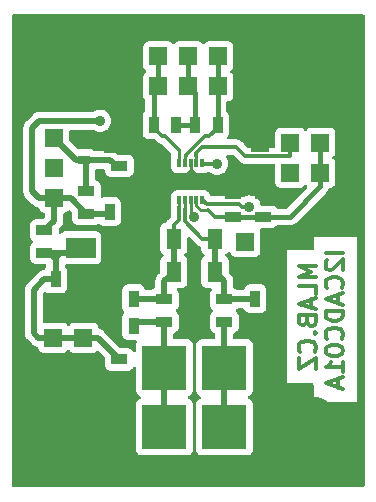
<source format=gbr>
%TF.GenerationSoftware,KiCad,Pcbnew,7.0.5.1-1-g8f565ef7f0-dirty-deb11*%
%TF.CreationDate,2023-07-20T11:10:34+00:00*%
%TF.ProjectId,I2CADC01,49324341-4443-4303-912e-6b696361645f,rev?*%
%TF.SameCoordinates,Original*%
%TF.FileFunction,Copper,L2,Bot*%
%TF.FilePolarity,Positive*%
%FSLAX46Y46*%
G04 Gerber Fmt 4.6, Leading zero omitted, Abs format (unit mm)*
G04 Created by KiCad (PCBNEW 7.0.5.1-1-g8f565ef7f0-dirty-deb11) date 2023-07-20 11:10:34*
%MOMM*%
%LPD*%
G01*
G04 APERTURE LIST*
%ADD10C,0.300000*%
%TA.AperFunction,NonConductor*%
%ADD11C,0.300000*%
%TD*%
%TA.AperFunction,ComponentPad*%
%ADD12R,1.524000X1.524000*%
%TD*%
%TA.AperFunction,ComponentPad*%
%ADD13C,6.000000*%
%TD*%
%TA.AperFunction,ComponentPad*%
%ADD14R,3.810000X3.810000*%
%TD*%
%TA.AperFunction,SMDPad,CuDef*%
%ADD15R,0.889000X1.397000*%
%TD*%
%TA.AperFunction,SMDPad,CuDef*%
%ADD16R,1.397000X0.889000*%
%TD*%
%TA.AperFunction,SMDPad,CuDef*%
%ADD17R,2.499360X1.800860*%
%TD*%
%TA.AperFunction,SMDPad,CuDef*%
%ADD18R,1.300480X1.699260*%
%TD*%
%TA.AperFunction,SMDPad,CuDef*%
%ADD19R,0.300000X0.650000*%
%TD*%
%TA.AperFunction,SMDPad,CuDef*%
%ADD20R,1.240000X0.775000*%
%TD*%
%TA.AperFunction,SMDPad,CuDef*%
%ADD21R,1.000760X0.800100*%
%TD*%
%TA.AperFunction,ViaPad*%
%ADD22C,0.889000*%
%TD*%
%TA.AperFunction,Conductor*%
%ADD23C,0.400000*%
%TD*%
%TA.AperFunction,Conductor*%
%ADD24C,0.254000*%
%TD*%
%TA.AperFunction,Conductor*%
%ADD25C,0.300000*%
%TD*%
%TA.AperFunction,Conductor*%
%ADD26C,0.500000*%
%TD*%
G04 APERTURE END LIST*
D10*
D11*
X26078328Y19053428D02*
X24578328Y19053428D01*
X24578328Y19053428D02*
X25649757Y18553428D01*
X25649757Y18553428D02*
X24578328Y18053428D01*
X24578328Y18053428D02*
X26078328Y18053428D01*
X26078328Y16624856D02*
X26078328Y17339142D01*
X26078328Y17339142D02*
X24578328Y17339142D01*
X25649757Y16196284D02*
X25649757Y15481999D01*
X26078328Y16339141D02*
X24578328Y15839141D01*
X24578328Y15839141D02*
X26078328Y15339141D01*
X25292614Y14339142D02*
X25364042Y14124856D01*
X25364042Y14124856D02*
X25435471Y14053427D01*
X25435471Y14053427D02*
X25578328Y13981999D01*
X25578328Y13981999D02*
X25792614Y13981999D01*
X25792614Y13981999D02*
X25935471Y14053427D01*
X25935471Y14053427D02*
X26006900Y14124856D01*
X26006900Y14124856D02*
X26078328Y14267713D01*
X26078328Y14267713D02*
X26078328Y14839142D01*
X26078328Y14839142D02*
X24578328Y14839142D01*
X24578328Y14839142D02*
X24578328Y14339142D01*
X24578328Y14339142D02*
X24649757Y14196285D01*
X24649757Y14196285D02*
X24721185Y14124856D01*
X24721185Y14124856D02*
X24864042Y14053427D01*
X24864042Y14053427D02*
X25006900Y14053427D01*
X25006900Y14053427D02*
X25149757Y14124856D01*
X25149757Y14124856D02*
X25221185Y14196285D01*
X25221185Y14196285D02*
X25292614Y14339142D01*
X25292614Y14339142D02*
X25292614Y14839142D01*
X25935471Y13339142D02*
X26006900Y13267713D01*
X26006900Y13267713D02*
X26078328Y13339142D01*
X26078328Y13339142D02*
X26006900Y13410570D01*
X26006900Y13410570D02*
X25935471Y13339142D01*
X25935471Y13339142D02*
X26078328Y13339142D01*
X25935471Y11767713D02*
X26006900Y11839141D01*
X26006900Y11839141D02*
X26078328Y12053427D01*
X26078328Y12053427D02*
X26078328Y12196284D01*
X26078328Y12196284D02*
X26006900Y12410570D01*
X26006900Y12410570D02*
X25864042Y12553427D01*
X25864042Y12553427D02*
X25721185Y12624856D01*
X25721185Y12624856D02*
X25435471Y12696284D01*
X25435471Y12696284D02*
X25221185Y12696284D01*
X25221185Y12696284D02*
X24935471Y12624856D01*
X24935471Y12624856D02*
X24792614Y12553427D01*
X24792614Y12553427D02*
X24649757Y12410570D01*
X24649757Y12410570D02*
X24578328Y12196284D01*
X24578328Y12196284D02*
X24578328Y12053427D01*
X24578328Y12053427D02*
X24649757Y11839141D01*
X24649757Y11839141D02*
X24721185Y11767713D01*
X24578328Y11267713D02*
X24578328Y10267713D01*
X24578328Y10267713D02*
X26078328Y11267713D01*
X26078328Y11267713D02*
X26078328Y10267713D01*
D10*
D11*
X28364328Y20156570D02*
X26864328Y20156570D01*
X27007185Y19513712D02*
X26935757Y19442284D01*
X26935757Y19442284D02*
X26864328Y19299427D01*
X26864328Y19299427D02*
X26864328Y18942284D01*
X26864328Y18942284D02*
X26935757Y18799427D01*
X26935757Y18799427D02*
X27007185Y18727998D01*
X27007185Y18727998D02*
X27150042Y18656569D01*
X27150042Y18656569D02*
X27292900Y18656569D01*
X27292900Y18656569D02*
X27507185Y18727998D01*
X27507185Y18727998D02*
X28364328Y19585141D01*
X28364328Y19585141D02*
X28364328Y18656569D01*
X28221471Y17156570D02*
X28292900Y17227998D01*
X28292900Y17227998D02*
X28364328Y17442284D01*
X28364328Y17442284D02*
X28364328Y17585141D01*
X28364328Y17585141D02*
X28292900Y17799427D01*
X28292900Y17799427D02*
X28150042Y17942284D01*
X28150042Y17942284D02*
X28007185Y18013713D01*
X28007185Y18013713D02*
X27721471Y18085141D01*
X27721471Y18085141D02*
X27507185Y18085141D01*
X27507185Y18085141D02*
X27221471Y18013713D01*
X27221471Y18013713D02*
X27078614Y17942284D01*
X27078614Y17942284D02*
X26935757Y17799427D01*
X26935757Y17799427D02*
X26864328Y17585141D01*
X26864328Y17585141D02*
X26864328Y17442284D01*
X26864328Y17442284D02*
X26935757Y17227998D01*
X26935757Y17227998D02*
X27007185Y17156570D01*
X27935757Y16585141D02*
X27935757Y15870856D01*
X28364328Y16727998D02*
X26864328Y16227998D01*
X26864328Y16227998D02*
X28364328Y15727998D01*
X28364328Y15227999D02*
X26864328Y15227999D01*
X26864328Y15227999D02*
X26864328Y14870856D01*
X26864328Y14870856D02*
X26935757Y14656570D01*
X26935757Y14656570D02*
X27078614Y14513713D01*
X27078614Y14513713D02*
X27221471Y14442284D01*
X27221471Y14442284D02*
X27507185Y14370856D01*
X27507185Y14370856D02*
X27721471Y14370856D01*
X27721471Y14370856D02*
X28007185Y14442284D01*
X28007185Y14442284D02*
X28150042Y14513713D01*
X28150042Y14513713D02*
X28292900Y14656570D01*
X28292900Y14656570D02*
X28364328Y14870856D01*
X28364328Y14870856D02*
X28364328Y15227999D01*
X28221471Y12870856D02*
X28292900Y12942284D01*
X28292900Y12942284D02*
X28364328Y13156570D01*
X28364328Y13156570D02*
X28364328Y13299427D01*
X28364328Y13299427D02*
X28292900Y13513713D01*
X28292900Y13513713D02*
X28150042Y13656570D01*
X28150042Y13656570D02*
X28007185Y13727999D01*
X28007185Y13727999D02*
X27721471Y13799427D01*
X27721471Y13799427D02*
X27507185Y13799427D01*
X27507185Y13799427D02*
X27221471Y13727999D01*
X27221471Y13727999D02*
X27078614Y13656570D01*
X27078614Y13656570D02*
X26935757Y13513713D01*
X26935757Y13513713D02*
X26864328Y13299427D01*
X26864328Y13299427D02*
X26864328Y13156570D01*
X26864328Y13156570D02*
X26935757Y12942284D01*
X26935757Y12942284D02*
X27007185Y12870856D01*
X26864328Y11942284D02*
X26864328Y11799427D01*
X26864328Y11799427D02*
X26935757Y11656570D01*
X26935757Y11656570D02*
X27007185Y11585142D01*
X27007185Y11585142D02*
X27150042Y11513713D01*
X27150042Y11513713D02*
X27435757Y11442284D01*
X27435757Y11442284D02*
X27792900Y11442284D01*
X27792900Y11442284D02*
X28078614Y11513713D01*
X28078614Y11513713D02*
X28221471Y11585142D01*
X28221471Y11585142D02*
X28292900Y11656570D01*
X28292900Y11656570D02*
X28364328Y11799427D01*
X28364328Y11799427D02*
X28364328Y11942284D01*
X28364328Y11942284D02*
X28292900Y12085142D01*
X28292900Y12085142D02*
X28221471Y12156570D01*
X28221471Y12156570D02*
X28078614Y12227999D01*
X28078614Y12227999D02*
X27792900Y12299427D01*
X27792900Y12299427D02*
X27435757Y12299427D01*
X27435757Y12299427D02*
X27150042Y12227999D01*
X27150042Y12227999D02*
X27007185Y12156570D01*
X27007185Y12156570D02*
X26935757Y12085142D01*
X26935757Y12085142D02*
X26864328Y11942284D01*
X28364328Y10013713D02*
X28364328Y10870856D01*
X28364328Y10442285D02*
X26864328Y10442285D01*
X26864328Y10442285D02*
X27078614Y10585142D01*
X27078614Y10585142D02*
X27221471Y10727999D01*
X27221471Y10727999D02*
X27292900Y10870856D01*
X27935757Y9442285D02*
X27935757Y8728000D01*
X28364328Y9585142D02*
X26864328Y9085142D01*
X26864328Y9085142D02*
X28364328Y8585142D01*
D12*
%TO.P,J1,1*%
%TO.N,GND*%
X3810000Y15494000D03*
%TO.P,J1,2*%
X6350000Y15494000D03*
%TO.P,J1,3*%
%TO.N,Net-(C5-Pad2)*%
X3810000Y12954000D03*
%TO.P,J1,4*%
X6350000Y12954000D03*
%TO.P,J1,5*%
%TO.N,GND*%
X3810000Y10414000D03*
%TO.P,J1,6*%
X6350000Y10414000D03*
%TD*%
%TO.P,J3,1*%
%TO.N,GND*%
X22606000Y21082000D03*
%TO.P,J3,2*%
%TO.N,Net-(J3-Pad2)*%
X20066000Y21082000D03*
%TD*%
%TO.P,J5,1*%
%TO.N,VCC*%
X26416000Y26924000D03*
%TO.P,J5,2*%
%TO.N,/CA0*%
X23876000Y26924000D03*
%TD*%
%TO.P,J6,1*%
%TO.N,VCC*%
X26416000Y29464000D03*
%TO.P,J6,2*%
%TO.N,/CA1*%
X23876000Y29464000D03*
%TD*%
%TO.P,J7,1*%
%TO.N,GND*%
X20320000Y36766500D03*
%TO.P,J7,2*%
X20320000Y34226500D03*
%TO.P,J7,3*%
%TO.N,/SDA*%
X17780000Y36766500D03*
%TO.P,J7,4*%
X17780000Y34226500D03*
%TO.P,J7,5*%
%TO.N,VCC*%
X15240000Y36766500D03*
%TO.P,J7,6*%
X15240000Y34226500D03*
%TO.P,J7,7*%
%TO.N,/SCL*%
X12700000Y36766500D03*
%TO.P,J7,8*%
X12700000Y34226500D03*
%TO.P,J7,9*%
%TO.N,GND*%
X10160000Y36766500D03*
%TO.P,J7,10*%
X10160000Y34226500D03*
%TD*%
D13*
%TO.P,M1,1*%
%TO.N,GND*%
X5080000Y35560000D03*
%TD*%
%TO.P,M2,1*%
%TO.N,GND*%
X25400000Y5080000D03*
%TD*%
%TO.P,M3,1*%
%TO.N,GND*%
X25400000Y35560000D03*
%TD*%
%TO.P,M4,1*%
%TO.N,GND*%
X5080000Y5080000D03*
%TD*%
D14*
%TO.P,P1,1*%
%TO.N,Net-(P1-Pad1)*%
X18288000Y5414000D03*
X18288000Y10414000D03*
%TD*%
%TO.P,P2,1*%
%TO.N,Net-(P2-Pad1)*%
X13208000Y10414000D03*
X13208000Y5414000D03*
%TD*%
D12*
%TO.P,J4,1*%
%TO.N,Net-(C8-Pad2)*%
X3873500Y29845000D03*
%TO.P,J4,2*%
%TO.N,Net-(J4-Pad2)*%
X3873500Y27305000D03*
%TO.P,J4,3*%
%TO.N,VCC*%
X3873500Y24765000D03*
%TD*%
%TO.P,J8,1*%
%TO.N,GND*%
X21336000Y26924000D03*
%TO.P,J8,2*%
X21336000Y29464000D03*
%TD*%
D15*
%TO.P,C1,1*%
%TO.N,GND*%
X22796500Y16256000D03*
%TO.P,C1,2*%
%TO.N,Net-(C1-Pad2)*%
X20891500Y16256000D03*
%TD*%
%TO.P,C2,1*%
%TO.N,Net-(C2-Pad1)*%
X10604500Y16256000D03*
%TO.P,C2,2*%
%TO.N,GND*%
X8699500Y16256000D03*
%TD*%
D16*
%TO.P,C3,1*%
%TO.N,GND*%
X21590000Y25082500D03*
%TO.P,C3,2*%
%TO.N,VCC*%
X21590000Y23177500D03*
%TD*%
%TO.P,C4,1*%
%TO.N,GND*%
X19050000Y25082500D03*
%TO.P,C4,2*%
%TO.N,VCC*%
X19050000Y23177500D03*
%TD*%
D17*
%TO.P,D1,1*%
%TO.N,GND*%
X10126980Y20574000D03*
%TO.P,D1,2*%
%TO.N,Net-(C5-Pad2)*%
X6129020Y20574000D03*
%TD*%
D18*
%TO.P,D2,1*%
%TO.N,Net-(C1-Pad2)*%
X17498060Y18542000D03*
%TO.P,D2,2*%
%TO.N,Net-(C2-Pad1)*%
X13997940Y18542000D03*
%TD*%
%TO.P,D3,1*%
%TO.N,Net-(C2-Pad1)*%
X13997940Y21336000D03*
%TO.P,D3,2*%
%TO.N,Net-(C1-Pad2)*%
X17498060Y21336000D03*
%TD*%
D16*
%TO.P,R1,1*%
%TO.N,Net-(C1-Pad2)*%
X18288000Y16192500D03*
%TO.P,R1,2*%
%TO.N,Net-(P1-Pad1)*%
X18288000Y14287500D03*
%TD*%
%TO.P,R2,1*%
%TO.N,Net-(C2-Pad1)*%
X13208000Y16192500D03*
%TO.P,R2,2*%
%TO.N,Net-(P2-Pad1)*%
X13208000Y14287500D03*
%TD*%
%TO.P,R3,1*%
%TO.N,Net-(C8-Pad2)*%
X6604000Y25336500D03*
%TO.P,R3,2*%
%TO.N,VCC*%
X6604000Y23431500D03*
%TD*%
D15*
%TO.P,R4,1*%
%TO.N,/SDA*%
X17716500Y30988000D03*
%TO.P,R4,2*%
%TO.N,VCC*%
X15811500Y30988000D03*
%TD*%
%TO.P,R5,1*%
%TO.N,/SCL*%
X12319000Y30988000D03*
%TO.P,R5,2*%
%TO.N,VCC*%
X14224000Y30988000D03*
%TD*%
D19*
%TO.P,U1,1*%
%TO.N,Net-(J4-Pad2)*%
X16430500Y24612000D03*
%TO.P,U1,2*%
%TO.N,VCC*%
X15930500Y24612000D03*
%TO.P,U1,3*%
%TO.N,Net-(J3-Pad2)*%
X15430500Y24612000D03*
%TO.P,U1,4*%
%TO.N,Net-(C1-Pad2)*%
X14930500Y24612000D03*
%TO.P,U1,5*%
%TO.N,Net-(C2-Pad1)*%
X14430500Y24612000D03*
%TO.P,U1,6*%
%TO.N,/SCL*%
X14430500Y27712000D03*
%TO.P,U1,7*%
%TO.N,/SDA*%
X14930500Y27712000D03*
%TO.P,U1,8*%
%TO.N,GND*%
X15430500Y27712000D03*
%TO.P,U1,9*%
%TO.N,/CA1*%
X15930500Y27712000D03*
%TO.P,U1,10*%
%TO.N,/CA0*%
X16430500Y27712000D03*
D20*
%TO.P,U1,11*%
%TO.N,GND*%
X14810500Y26549500D03*
X14810500Y25774500D03*
X16050500Y25774500D03*
X16050500Y26549500D03*
%TD*%
D21*
%TO.P,D4,1*%
%TO.N,Net-(C8-Pad2)*%
X6393180Y28003500D03*
%TO.P,D4,2*%
%TO.N,GND*%
X6393180Y29908500D03*
%TO.P,D4,3*%
X8592820Y28956000D03*
%TD*%
D16*
%TO.P,L1,1*%
%TO.N,Net-(C5-Pad2)*%
X3048000Y20129500D03*
%TO.P,L1,2*%
%TO.N,VCC*%
X3048000Y22034500D03*
%TD*%
D15*
%TO.P,C5,1*%
%TO.N,GND*%
X5905500Y17907000D03*
%TO.P,C5,2*%
%TO.N,Net-(C5-Pad2)*%
X4000500Y17907000D03*
%TD*%
%TO.P,C6,1*%
%TO.N,GND*%
X10477500Y23622000D03*
%TO.P,C6,2*%
%TO.N,VCC*%
X8572500Y23622000D03*
%TD*%
D16*
%TO.P,C7,1*%
%TO.N,GND*%
X9398000Y9207500D03*
%TO.P,C7,2*%
%TO.N,Net-(C5-Pad2)*%
X9398000Y11112500D03*
%TD*%
%TO.P,C8,1*%
%TO.N,GND*%
X9398000Y25590500D03*
%TO.P,C8,2*%
%TO.N,Net-(C8-Pad2)*%
X9398000Y27495500D03*
%TD*%
D15*
%TO.P,R6,1*%
%TO.N,GND*%
X8699500Y13970000D03*
%TO.P,R6,2*%
%TO.N,Net-(P2-Pad1)*%
X10604500Y13970000D03*
%TD*%
D22*
%TO.N,VCC*%
X7757524Y31309999D03*
%TO.N,Net-(J3-Pad2)*%
X15748000Y23177500D03*
%TO.N,/CA0*%
X17653000Y27686000D03*
%TO.N,Net-(J4-Pad2)*%
X20402158Y24041436D03*
%TD*%
D23*
%TO.N,GND*%
X10160000Y36766500D02*
X10160000Y34226500D01*
D24*
X15430500Y27169500D02*
X14810500Y26549500D01*
D23*
X20320000Y36766500D02*
X20320000Y34226500D01*
D24*
X15430500Y27712000D02*
X15430500Y27169500D01*
X15430500Y27169500D02*
X16050500Y26549500D01*
D25*
%TO.N,Net-(C1-Pad2)*%
X17498060Y21336000D02*
X16413638Y21336000D01*
D24*
X14930500Y24612000D02*
X14930500Y23846618D01*
D25*
X14930500Y22819138D02*
X14930500Y23846618D01*
D26*
X17498060Y18542000D02*
X17498060Y21336000D01*
X18288000Y16192500D02*
X18288000Y17752060D01*
X20828000Y16192500D02*
X20891500Y16256000D01*
D25*
X16413638Y21336000D02*
X14930500Y22819138D01*
D26*
X18288000Y16192500D02*
X20828000Y16192500D01*
X18288000Y17752060D02*
X17498060Y18542000D01*
%TO.N,Net-(C2-Pad1)*%
X10604500Y16256000D02*
X13144500Y16256000D01*
X13208000Y17752060D02*
X13997940Y18542000D01*
X13997940Y18542000D02*
X13997940Y21336000D01*
D24*
X14430500Y24304500D02*
X14430490Y24304490D01*
X14430500Y21768560D02*
X13997940Y21336000D01*
D25*
X13997940Y21336000D02*
X13997940Y22485630D01*
D24*
X14430490Y24304490D02*
X14430490Y23992878D01*
D26*
X13208000Y16192500D02*
X13208000Y17752060D01*
D25*
X13997940Y22485630D02*
X14430490Y22918180D01*
D26*
X13144500Y16256000D02*
X13208000Y16192500D01*
D25*
X14430490Y22918180D02*
X14430490Y23992878D01*
D24*
X14430500Y24612000D02*
X14430500Y24304500D01*
D23*
%TO.N,VCC*%
X15811500Y30988000D02*
X14224000Y30988000D01*
D26*
X3873500Y24765000D02*
X2611500Y24765000D01*
X7757524Y31309999D02*
X6280149Y31309999D01*
D23*
X15240000Y36766500D02*
X15240000Y34226500D01*
D26*
X6604000Y23431500D02*
X8534400Y23431500D01*
D23*
X23831500Y23177500D02*
X22688500Y23177500D01*
D25*
X16891000Y23749000D02*
X17462500Y23177500D01*
D23*
X22688500Y23177500D02*
X21590000Y23177500D01*
X26416000Y26924000D02*
X26416000Y25762000D01*
D26*
X3873500Y24765000D02*
X3873500Y22860000D01*
D24*
X15930500Y24612000D02*
X15930500Y24136822D01*
D23*
X26416000Y26924000D02*
X26416000Y29464000D01*
D26*
X2032000Y25344500D02*
X2032000Y30732150D01*
X2032000Y30732150D02*
X2609849Y31309999D01*
D23*
X15811500Y33655000D02*
X15240000Y34226500D01*
D24*
X15930500Y24136822D02*
X16318322Y23749000D01*
D23*
X26416000Y25762000D02*
X23831500Y23177500D01*
D26*
X5270500Y24765000D02*
X6604000Y23431500D01*
X3406709Y22393209D02*
X3048000Y22034500D01*
X3873500Y22860000D02*
X3048000Y22034500D01*
D23*
X15811500Y30988000D02*
X15811500Y33655000D01*
X21590000Y23177500D02*
X19050000Y23177500D01*
D26*
X3873500Y24765000D02*
X5270500Y24765000D01*
X2611500Y24765000D02*
X2032000Y25344500D01*
D24*
X16318322Y23749000D02*
X16891000Y23749000D01*
D25*
X17462500Y23177500D02*
X19050000Y23177500D01*
D26*
X3873500Y24765000D02*
X3873500Y24701500D01*
X2609849Y31309999D02*
X6280149Y31309999D01*
D24*
%TO.N,Net-(J3-Pad2)*%
X15430500Y23495000D02*
X15748000Y23177500D01*
X15430500Y24612000D02*
X15430500Y23495000D01*
D25*
%TO.N,/CA0*%
X23876000Y26924000D02*
X23703142Y26924000D01*
X17653000Y27686000D02*
X16456501Y27686000D01*
X16456501Y27686000D02*
X16430501Y27712000D01*
%TO.N,/CA1*%
X23876000Y28402000D02*
X23876000Y29464000D01*
X23825999Y28351999D02*
X23876000Y28402000D01*
X16429620Y29083000D02*
X19304000Y29083000D01*
X20035001Y28351999D02*
X23825999Y28351999D01*
D24*
X15930500Y27712000D02*
X15930500Y28376500D01*
D25*
X15930500Y28583880D02*
X16429620Y29083000D01*
X15930500Y28376500D02*
X15930500Y28583880D01*
X19304000Y29083000D02*
X20035001Y28351999D01*
%TO.N,/SDA*%
X17716500Y30988000D02*
X17716500Y30734000D01*
X17716500Y30734000D02*
X17018000Y30035500D01*
D24*
X14930500Y28291000D02*
X15027148Y28387648D01*
D25*
X17018000Y30035500D02*
X16675000Y30035500D01*
D23*
X17780000Y36766500D02*
X17780000Y34226500D01*
D25*
X16675000Y30035500D02*
X15027148Y28387648D01*
D24*
X14930500Y27712000D02*
X14930500Y28291000D01*
D23*
X17716500Y30988000D02*
X17716500Y34163000D01*
X17716500Y34163000D02*
X17780000Y34226500D01*
D25*
%TO.N,/SCL*%
X12319000Y30734000D02*
X13017500Y30035500D01*
D23*
X12319000Y33845500D02*
X12700000Y34226500D01*
X12700000Y36766500D02*
X12700000Y34226500D01*
D25*
X13271500Y30035500D02*
X14430500Y28876500D01*
X13017500Y30035500D02*
X13271500Y30035500D01*
D23*
X12319000Y30988000D02*
X12319000Y33845500D01*
D24*
X14430500Y27712000D02*
X14430500Y28876500D01*
D25*
X12319000Y30988000D02*
X12319000Y30734000D01*
D26*
%TO.N,Net-(P1-Pad1)*%
X18288000Y7819000D02*
X18288000Y10414000D01*
X18288000Y5414000D02*
X18288000Y7819000D01*
X18288000Y10414000D02*
X18288000Y14287500D01*
%TO.N,Net-(P2-Pad1)*%
X13208000Y7819000D02*
X13208000Y10414000D01*
X10922000Y14287500D02*
X10604500Y13970000D01*
X13208000Y5414000D02*
X13208000Y7819000D01*
X13208000Y10414000D02*
X13208000Y14287500D01*
X13208000Y14287500D02*
X10922000Y14287500D01*
%TO.N,Net-(C5-Pad2)*%
X4000500Y19621500D02*
X4000500Y19730371D01*
X4399629Y20129500D02*
X5684520Y20129500D01*
X4000500Y19621500D02*
X3492500Y20129500D01*
X2159000Y13343000D02*
X2159000Y17010000D01*
X3810000Y12954000D02*
X6350000Y12954000D01*
X5684520Y20129500D02*
X6129020Y20574000D01*
X7556500Y12954000D02*
X9398000Y11112500D01*
X2159000Y17010000D02*
X3056000Y17907000D01*
X3056000Y17907000D02*
X4000500Y17907000D01*
X6350000Y12954000D02*
X7556500Y12954000D01*
X2548000Y12954000D02*
X2159000Y13343000D01*
X6413500Y12890500D02*
X6350000Y12954000D01*
X3048000Y20129500D02*
X4399629Y20129500D01*
X4000500Y17907000D02*
X4000500Y19621500D01*
X3492500Y20129500D02*
X3048000Y20129500D01*
X4000500Y19730371D02*
X4399629Y20129500D01*
X3810000Y12954000D02*
X2548000Y12954000D01*
D25*
%TO.N,Net-(J4-Pad2)*%
X20402158Y24041436D02*
X19773541Y24041436D01*
X19773541Y24041436D02*
X19565969Y24249008D01*
X16793492Y24249008D02*
X16430501Y24611999D01*
X16430501Y24611999D02*
X16430501Y24612000D01*
X19565969Y24249008D02*
X16793492Y24249008D01*
D26*
%TO.N,Net-(C8-Pad2)*%
X3937000Y29908500D02*
X3873500Y29845000D01*
X5715000Y28003500D02*
X3873500Y29845000D01*
X8626068Y28003500D02*
X9266034Y27363534D01*
X6604000Y25336500D02*
X6604000Y27792680D01*
D23*
X6493510Y28003500D02*
X6393180Y28003500D01*
D26*
X6393180Y28003500D02*
X8626068Y28003500D01*
X6604000Y27792680D02*
X6393180Y28003500D01*
X6393180Y28003500D02*
X5715000Y28003500D01*
%TD*%
%TA.AperFunction,Conductor*%
%TO.N,GND*%
G36*
X30117621Y40315498D02*
G01*
X30164114Y40261842D01*
X30175500Y40209500D01*
X30175500Y430500D01*
X30155498Y362379D01*
X30101842Y315886D01*
X30049500Y304500D01*
X430500Y304500D01*
X362379Y324502D01*
X315886Y378158D01*
X304500Y430500D01*
X304500Y25366709D01*
X1268659Y25366709D01*
X1273260Y25314114D01*
X1273500Y25308621D01*
X1273500Y25300316D01*
X1277242Y25268304D01*
X1277428Y25266482D01*
X1284112Y25190074D01*
X1285596Y25182889D01*
X1285533Y25182876D01*
X1287168Y25175503D01*
X1287231Y25175518D01*
X1288922Y25168381D01*
X1315166Y25096273D01*
X1315767Y25094545D01*
X1339887Y25021760D01*
X1342987Y25015112D01*
X1342926Y25015083D01*
X1346214Y25008292D01*
X1346273Y25008322D01*
X1349563Y25001769D01*
X1391732Y24937654D01*
X1392716Y24936109D01*
X1432968Y24870851D01*
X1437525Y24865088D01*
X1437473Y24865047D01*
X1442233Y24859204D01*
X1442283Y24859246D01*
X1446997Y24853628D01*
X1502822Y24800958D01*
X1504136Y24799682D01*
X2029592Y24274225D01*
X2041562Y24260376D01*
X2056030Y24240943D01*
X2056033Y24240939D01*
X2096469Y24207008D01*
X2100515Y24203302D01*
X2106395Y24197423D01*
X2131701Y24177411D01*
X2133118Y24176257D01*
X2191864Y24126965D01*
X2197991Y24122935D01*
X2197955Y24122881D01*
X2204320Y24118827D01*
X2204354Y24118882D01*
X2210593Y24115033D01*
X2280116Y24082613D01*
X2281764Y24081816D01*
X2350308Y24047392D01*
X2357204Y24044883D01*
X2357181Y24044821D01*
X2364310Y24042343D01*
X2364331Y24042404D01*
X2371295Y24040096D01*
X2446460Y24024574D01*
X2448247Y24024178D01*
X2512644Y24008917D01*
X2574316Y23973746D01*
X2607184Y23910815D01*
X2608867Y23899784D01*
X2609510Y23893802D01*
X2609511Y23893795D01*
X2660610Y23756797D01*
X2660612Y23756792D01*
X2748238Y23639738D01*
X2865292Y23552112D01*
X2865297Y23552110D01*
X3002295Y23501011D01*
X3002302Y23501010D01*
X3002471Y23500992D01*
X3002593Y23500941D01*
X3009974Y23499197D01*
X3009691Y23498001D01*
X3068063Y23473821D01*
X3108553Y23415502D01*
X3115000Y23375714D01*
X3115000Y23226371D01*
X3094998Y23158250D01*
X3078095Y23137276D01*
X2965224Y23024405D01*
X2902912Y22990379D01*
X2876129Y22987500D01*
X2300862Y22987500D01*
X2300855Y22987499D01*
X2300850Y22987499D01*
X2240303Y22980990D01*
X2240295Y22980988D01*
X2162375Y22951924D01*
X2103296Y22929889D01*
X2103294Y22929888D01*
X2103292Y22929887D01*
X1986238Y22842261D01*
X1898612Y22725207D01*
X1898610Y22725202D01*
X1847511Y22588204D01*
X1847509Y22588196D01*
X1841000Y22527649D01*
X1841000Y21541350D01*
X1847509Y21480803D01*
X1847511Y21480795D01*
X1898610Y21343797D01*
X1898612Y21343792D01*
X1986239Y21226738D01*
X2044843Y21182867D01*
X2087389Y21126031D01*
X2092453Y21055216D01*
X2058428Y20992904D01*
X2044843Y20981133D01*
X1986239Y20937261D01*
X1898612Y20820207D01*
X1898610Y20820202D01*
X1847511Y20683204D01*
X1847509Y20683196D01*
X1841000Y20622649D01*
X1841000Y19636350D01*
X1847509Y19575803D01*
X1847511Y19575795D01*
X1898610Y19438797D01*
X1898612Y19438792D01*
X1986238Y19321738D01*
X2103292Y19234112D01*
X2103297Y19234110D01*
X2240295Y19183011D01*
X2240303Y19183009D01*
X2300850Y19176500D01*
X2300862Y19176500D01*
X3096534Y19176500D01*
X3164655Y19156498D01*
X3211148Y19102842D01*
X3221252Y19032568D01*
X3197402Y18974991D01*
X3105112Y18851707D01*
X3105110Y18851702D01*
X3063897Y18741208D01*
X3021350Y18684372D01*
X2956824Y18659720D01*
X2901574Y18654887D01*
X2901571Y18654886D01*
X2894388Y18653403D01*
X2894374Y18653469D01*
X2887012Y18651837D01*
X2887028Y18651772D01*
X2879893Y18650080D01*
X2879891Y18650079D01*
X2879887Y18650079D01*
X2807805Y18623843D01*
X2806073Y18623241D01*
X2789205Y18617651D01*
X2733262Y18599114D01*
X2733255Y18599109D01*
X2726611Y18596012D01*
X2726581Y18596074D01*
X2719795Y18592788D01*
X2719826Y18592728D01*
X2713271Y18589436D01*
X2713268Y18589435D01*
X2649155Y18547266D01*
X2647626Y18546293D01*
X2582351Y18506032D01*
X2576592Y18501478D01*
X2576549Y18501531D01*
X2570700Y18496766D01*
X2570744Y18496715D01*
X2565122Y18491998D01*
X2512441Y18436159D01*
X2511197Y18434878D01*
X2089567Y18013248D01*
X1668227Y17591908D01*
X1654376Y17579937D01*
X1634942Y17565469D01*
X1634940Y17565467D01*
X1601003Y17525024D01*
X1597289Y17520970D01*
X1591420Y17515101D01*
X1583871Y17505555D01*
X1571421Y17489810D01*
X1570266Y17488392D01*
X1534832Y17446162D01*
X1520964Y17429635D01*
X1516933Y17423506D01*
X1516878Y17423541D01*
X1512829Y17417187D01*
X1512886Y17417153D01*
X1509033Y17410906D01*
X1476609Y17341375D01*
X1475819Y17339742D01*
X1441391Y17271188D01*
X1441390Y17271186D01*
X1441389Y17271183D01*
X1438880Y17264289D01*
X1438817Y17264311D01*
X1436341Y17257189D01*
X1436404Y17257169D01*
X1434097Y17250210D01*
X1418576Y17175045D01*
X1418180Y17173258D01*
X1400500Y17098656D01*
X1399648Y17091367D01*
X1399580Y17091374D01*
X1398814Y17083877D01*
X1398881Y17083872D01*
X1398241Y17076558D01*
X1400473Y16999824D01*
X1400500Y16997992D01*
X1400500Y13407435D01*
X1399169Y13389172D01*
X1395659Y13365216D01*
X1395659Y13365209D01*
X1400260Y13312614D01*
X1400500Y13307121D01*
X1400500Y13298816D01*
X1404242Y13266804D01*
X1404428Y13264982D01*
X1411112Y13188574D01*
X1412596Y13181389D01*
X1412533Y13181376D01*
X1414168Y13174003D01*
X1414231Y13174018D01*
X1415922Y13166881D01*
X1442166Y13094773D01*
X1442767Y13093045D01*
X1466887Y13020260D01*
X1469987Y13013612D01*
X1469926Y13013583D01*
X1473214Y13006792D01*
X1473273Y13006822D01*
X1476563Y13000269D01*
X1518732Y12936154D01*
X1519716Y12934609D01*
X1559968Y12869351D01*
X1564525Y12863588D01*
X1564473Y12863547D01*
X1569233Y12857704D01*
X1569283Y12857746D01*
X1573997Y12852128D01*
X1629822Y12799458D01*
X1631136Y12798182D01*
X1966092Y12463225D01*
X1978062Y12449376D01*
X1992530Y12429943D01*
X2032971Y12396007D01*
X2037017Y12392300D01*
X2042897Y12386421D01*
X2042905Y12386414D01*
X2068177Y12366430D01*
X2069594Y12365276D01*
X2128364Y12315964D01*
X2134491Y12311935D01*
X2134455Y12311880D01*
X2140820Y12307825D01*
X2140855Y12307882D01*
X2147098Y12304030D01*
X2216598Y12271621D01*
X2218244Y12270824D01*
X2286811Y12236391D01*
X2293707Y12233882D01*
X2293684Y12233820D01*
X2300804Y12231345D01*
X2300825Y12231407D01*
X2307791Y12229098D01*
X2382913Y12213586D01*
X2384701Y12213190D01*
X2449146Y12197917D01*
X2510818Y12162745D01*
X2543684Y12099814D01*
X2545367Y12088784D01*
X2546010Y12082802D01*
X2546011Y12082795D01*
X2597110Y11945797D01*
X2597112Y11945792D01*
X2684738Y11828738D01*
X2801792Y11741112D01*
X2801797Y11741110D01*
X2938795Y11690011D01*
X2938803Y11690009D01*
X2999350Y11683500D01*
X2999362Y11683500D01*
X4620649Y11683500D01*
X4681196Y11690009D01*
X4681204Y11690011D01*
X4818202Y11741110D01*
X4818207Y11741112D01*
X4935261Y11828738D01*
X4979131Y11887342D01*
X5035967Y11929889D01*
X5106782Y11934954D01*
X5169094Y11900928D01*
X5180866Y11887344D01*
X5224739Y11828738D01*
X5341792Y11741112D01*
X5341797Y11741110D01*
X5478795Y11690011D01*
X5478803Y11690009D01*
X5539350Y11683500D01*
X5539362Y11683500D01*
X7160649Y11683500D01*
X7221196Y11690009D01*
X7221204Y11690011D01*
X7358202Y11741110D01*
X7358203Y11741110D01*
X7398028Y11770923D01*
X7464388Y11820599D01*
X7530907Y11845410D01*
X7600281Y11830319D01*
X7628991Y11808827D01*
X8154096Y11283721D01*
X8188120Y11221411D01*
X8191000Y11194628D01*
X8191000Y10619350D01*
X8197509Y10558803D01*
X8197511Y10558795D01*
X8248610Y10421797D01*
X8248612Y10421792D01*
X8336238Y10304738D01*
X8453292Y10217112D01*
X8453297Y10217110D01*
X8590295Y10166011D01*
X8590303Y10166009D01*
X8650850Y10159500D01*
X8650862Y10159500D01*
X10145149Y10159500D01*
X10205696Y10166009D01*
X10205704Y10166011D01*
X10342702Y10217110D01*
X10342707Y10217112D01*
X10459761Y10304738D01*
X10547387Y10421792D01*
X10547387Y10421793D01*
X10547389Y10421796D01*
X10550445Y10429990D01*
X10592993Y10486825D01*
X10659514Y10511634D01*
X10728888Y10496541D01*
X10779089Y10446338D01*
X10794500Y10385955D01*
X10794500Y8460350D01*
X10801009Y8399803D01*
X10801011Y8399795D01*
X10852110Y8262797D01*
X10852112Y8262792D01*
X10939738Y8145738D01*
X11056792Y8058112D01*
X11056797Y8058110D01*
X11126653Y8032055D01*
X11183489Y7989508D01*
X11208299Y7922988D01*
X11193207Y7853614D01*
X11143005Y7803412D01*
X11126653Y7795945D01*
X11089676Y7782152D01*
X11056796Y7769889D01*
X11056794Y7769888D01*
X11056792Y7769887D01*
X10939738Y7682261D01*
X10852112Y7565207D01*
X10852110Y7565202D01*
X10801011Y7428204D01*
X10801009Y7428196D01*
X10794500Y7367649D01*
X10794500Y3460350D01*
X10801009Y3399803D01*
X10801011Y3399795D01*
X10852110Y3262797D01*
X10852112Y3262792D01*
X10939738Y3145738D01*
X11056792Y3058112D01*
X11056797Y3058110D01*
X11193795Y3007011D01*
X11193803Y3007009D01*
X11254350Y3000500D01*
X11254362Y3000500D01*
X15161649Y3000500D01*
X15222196Y3007009D01*
X15222204Y3007011D01*
X15359202Y3058110D01*
X15359207Y3058112D01*
X15476261Y3145738D01*
X15563887Y3262792D01*
X15563889Y3262797D01*
X15614988Y3399795D01*
X15614990Y3399803D01*
X15621499Y3460350D01*
X15621500Y3460367D01*
X15621500Y7367632D01*
X15621499Y7367649D01*
X15614990Y7428196D01*
X15614988Y7428204D01*
X15590260Y7494501D01*
X15563889Y7565204D01*
X15476261Y7682261D01*
X15359204Y7769889D01*
X15289343Y7795945D01*
X15232511Y7838491D01*
X15207700Y7905012D01*
X15222792Y7974386D01*
X15272994Y8024588D01*
X15289334Y8032050D01*
X15359204Y8058111D01*
X15359205Y8058112D01*
X15359208Y8058113D01*
X15476261Y8145738D01*
X15563887Y8262792D01*
X15563889Y8262797D01*
X15614988Y8399795D01*
X15614990Y8399803D01*
X15621499Y8460350D01*
X15621500Y8460367D01*
X15621500Y12367632D01*
X15621499Y12367649D01*
X15614990Y12428196D01*
X15614988Y12428204D01*
X15604347Y12456733D01*
X15563889Y12565204D01*
X15557203Y12574135D01*
X15476261Y12682261D01*
X15359207Y12769887D01*
X15359206Y12769887D01*
X15359204Y12769889D01*
X15223217Y12820610D01*
X15222204Y12820988D01*
X15222203Y12820988D01*
X15222201Y12820989D01*
X15222199Y12820989D01*
X15222196Y12820990D01*
X15161649Y12827499D01*
X15161645Y12827499D01*
X15161638Y12827500D01*
X15161632Y12827500D01*
X14092500Y12827500D01*
X14024379Y12847502D01*
X13977886Y12901158D01*
X13966500Y12953500D01*
X13966499Y13235176D01*
X13986501Y13303296D01*
X14040156Y13349789D01*
X14048465Y13353231D01*
X14152704Y13392111D01*
X14152707Y13392112D01*
X14269761Y13479738D01*
X14357387Y13596792D01*
X14357389Y13596797D01*
X14357481Y13597042D01*
X14385293Y13671609D01*
X14408488Y13733795D01*
X14408490Y13733803D01*
X14414999Y13794350D01*
X14415000Y13794367D01*
X14415000Y14780632D01*
X14414999Y14780649D01*
X14408490Y14841196D01*
X14408488Y14841204D01*
X14381074Y14914702D01*
X14357389Y14978204D01*
X14306637Y15046000D01*
X14269761Y15095261D01*
X14211157Y15139132D01*
X14168610Y15195968D01*
X14163546Y15266784D01*
X14197571Y15329096D01*
X14211157Y15340868D01*
X14269761Y15384738D01*
X14357387Y15501792D01*
X14357389Y15501797D01*
X14360025Y15508862D01*
X14408489Y15638799D01*
X14408490Y15638803D01*
X14414999Y15699350D01*
X14415000Y15699367D01*
X14415000Y16685632D01*
X14414999Y16685649D01*
X14408490Y16746196D01*
X14408488Y16746204D01*
X14380254Y16821901D01*
X14357389Y16883204D01*
X14306637Y16951000D01*
X14283161Y16982361D01*
X14258350Y17048881D01*
X14273441Y17118255D01*
X14323643Y17168457D01*
X14384029Y17183870D01*
X14696829Y17183870D01*
X14757376Y17190379D01*
X14757384Y17190381D01*
X14894382Y17241480D01*
X14894387Y17241482D01*
X15011441Y17329108D01*
X15099067Y17446162D01*
X15099069Y17446167D01*
X15102920Y17456490D01*
X15126970Y17520970D01*
X15150168Y17583165D01*
X15150170Y17583173D01*
X15156679Y17643720D01*
X15156680Y17643737D01*
X15156680Y19440262D01*
X15156679Y19440279D01*
X15150170Y19500826D01*
X15150168Y19500834D01*
X15126469Y19564373D01*
X15099069Y19637834D01*
X15011441Y19754891D01*
X15011440Y19754891D01*
X14900245Y19838132D01*
X14857698Y19894968D01*
X14852634Y19965783D01*
X14886659Y20028096D01*
X14900245Y20039868D01*
X15011441Y20123108D01*
X15099067Y20240162D01*
X15099069Y20240167D01*
X15110705Y20271362D01*
X15150169Y20377169D01*
X15150170Y20377173D01*
X15156679Y20437720D01*
X15156680Y20437737D01*
X15156680Y21357506D01*
X15176682Y21425627D01*
X15230338Y21472120D01*
X15300612Y21482224D01*
X15365192Y21452730D01*
X15371776Y21446601D01*
X15886768Y20931608D01*
X15896978Y20918865D01*
X15897171Y20919025D01*
X15902221Y20912920D01*
X15954615Y20863718D01*
X15956035Y20862342D01*
X15977306Y20841071D01*
X15983163Y20836527D01*
X15987669Y20832678D01*
X16023503Y20799029D01*
X16023505Y20799027D01*
X16042305Y20788691D01*
X16058818Y20777843D01*
X16075764Y20764699D01*
X16075773Y20764694D01*
X16120885Y20745172D01*
X16126215Y20742560D01*
X16169298Y20718877D01*
X16169308Y20718873D01*
X16190074Y20713541D01*
X16208774Y20707139D01*
X16228458Y20698620D01*
X16228468Y20698618D01*
X16233034Y20697895D01*
X16297186Y20667481D01*
X16334712Y20607212D01*
X16339320Y20573447D01*
X16339320Y20437720D01*
X16345829Y20377173D01*
X16345831Y20377165D01*
X16396930Y20240167D01*
X16396932Y20240162D01*
X16484557Y20123110D01*
X16595755Y20039868D01*
X16638301Y19983032D01*
X16643365Y19912216D01*
X16609340Y19849904D01*
X16595755Y19838132D01*
X16540254Y19796584D01*
X16484559Y19754891D01*
X16484558Y19754889D01*
X16484557Y19754889D01*
X16396932Y19637837D01*
X16396930Y19637832D01*
X16345831Y19500834D01*
X16345829Y19500826D01*
X16339320Y19440279D01*
X16339320Y17643720D01*
X16345829Y17583173D01*
X16345831Y17583165D01*
X16396930Y17446167D01*
X16396932Y17446162D01*
X16484558Y17329108D01*
X16601612Y17241482D01*
X16601617Y17241480D01*
X16738615Y17190381D01*
X16738623Y17190379D01*
X16799170Y17183870D01*
X16799182Y17183870D01*
X17111971Y17183870D01*
X17180092Y17163868D01*
X17226585Y17110212D01*
X17236689Y17039938D01*
X17212839Y16982361D01*
X17138612Y16883207D01*
X17138610Y16883202D01*
X17087511Y16746204D01*
X17087509Y16746196D01*
X17081000Y16685649D01*
X17081000Y15699350D01*
X17087509Y15638803D01*
X17087511Y15638795D01*
X17138610Y15501797D01*
X17138612Y15501792D01*
X17226239Y15384738D01*
X17284843Y15340867D01*
X17327389Y15284031D01*
X17332453Y15213216D01*
X17298428Y15150904D01*
X17284843Y15139133D01*
X17226239Y15095261D01*
X17138612Y14978207D01*
X17138610Y14978202D01*
X17087511Y14841204D01*
X17087509Y14841196D01*
X17081000Y14780649D01*
X17081000Y13794350D01*
X17087509Y13733803D01*
X17087511Y13733795D01*
X17138610Y13596797D01*
X17138612Y13596792D01*
X17226238Y13479738D01*
X17343292Y13392112D01*
X17343295Y13392111D01*
X17447534Y13353231D01*
X17504369Y13310684D01*
X17529179Y13244163D01*
X17529500Y13235176D01*
X17529500Y12953500D01*
X17509498Y12885379D01*
X17455842Y12838886D01*
X17403500Y12827500D01*
X16334362Y12827500D01*
X16334355Y12827499D01*
X16334350Y12827499D01*
X16273803Y12820990D01*
X16273795Y12820988D01*
X16195875Y12791924D01*
X16136796Y12769889D01*
X16136794Y12769888D01*
X16136792Y12769887D01*
X16019738Y12682261D01*
X15932112Y12565207D01*
X15932110Y12565202D01*
X15881011Y12428204D01*
X15881009Y12428196D01*
X15874500Y12367649D01*
X15874500Y8460350D01*
X15881009Y8399803D01*
X15881011Y8399795D01*
X15932110Y8262797D01*
X15932112Y8262792D01*
X16019738Y8145738D01*
X16136792Y8058112D01*
X16136797Y8058110D01*
X16206653Y8032055D01*
X16263489Y7989508D01*
X16288299Y7922988D01*
X16273207Y7853614D01*
X16223005Y7803412D01*
X16206653Y7795945D01*
X16169676Y7782152D01*
X16136796Y7769889D01*
X16136794Y7769888D01*
X16136792Y7769887D01*
X16019738Y7682261D01*
X15932112Y7565207D01*
X15932110Y7565202D01*
X15881011Y7428204D01*
X15881009Y7428196D01*
X15874500Y7367649D01*
X15874500Y3460350D01*
X15881009Y3399803D01*
X15881011Y3399795D01*
X15932110Y3262797D01*
X15932112Y3262792D01*
X16019738Y3145738D01*
X16136792Y3058112D01*
X16136797Y3058110D01*
X16273795Y3007011D01*
X16273803Y3007009D01*
X16334350Y3000500D01*
X16334362Y3000500D01*
X20241649Y3000500D01*
X20302196Y3007009D01*
X20302204Y3007011D01*
X20439202Y3058110D01*
X20439207Y3058112D01*
X20556261Y3145738D01*
X20643887Y3262792D01*
X20643889Y3262797D01*
X20694988Y3399795D01*
X20694990Y3399803D01*
X20701499Y3460350D01*
X20701500Y3460367D01*
X20701500Y7367632D01*
X20701499Y7367649D01*
X20694990Y7428196D01*
X20694988Y7428204D01*
X20670260Y7494501D01*
X20643889Y7565204D01*
X20556261Y7682261D01*
X20439204Y7769889D01*
X20369343Y7795945D01*
X20312511Y7838491D01*
X20287700Y7905012D01*
X20302792Y7974386D01*
X20352994Y8024588D01*
X20369334Y8032050D01*
X20439204Y8058111D01*
X20439205Y8058112D01*
X20439208Y8058113D01*
X20556261Y8145738D01*
X20643887Y8262792D01*
X20643889Y8262797D01*
X20694988Y8399795D01*
X20694990Y8399803D01*
X20701499Y8460350D01*
X20701500Y8460367D01*
X20701500Y9105643D01*
X23552214Y9105643D01*
X25712214Y9105643D01*
X25780335Y9085641D01*
X25826828Y9031985D01*
X25838214Y8979643D01*
X25838214Y7494501D01*
X29533786Y7494501D01*
X29533786Y21461500D01*
X25838214Y21461500D01*
X25838214Y20484358D01*
X25818212Y20416237D01*
X25764556Y20369744D01*
X25712214Y20358358D01*
X23552214Y20358358D01*
X23552214Y9105643D01*
X20701500Y9105643D01*
X20701500Y12367632D01*
X20701499Y12367649D01*
X20694990Y12428196D01*
X20694988Y12428204D01*
X20684347Y12456733D01*
X20643889Y12565204D01*
X20637203Y12574135D01*
X20556261Y12682261D01*
X20439207Y12769887D01*
X20439206Y12769887D01*
X20439204Y12769889D01*
X20303217Y12820610D01*
X20302204Y12820988D01*
X20302203Y12820988D01*
X20302201Y12820989D01*
X20302199Y12820989D01*
X20302196Y12820990D01*
X20241649Y12827499D01*
X20241645Y12827499D01*
X20241638Y12827500D01*
X20241632Y12827500D01*
X19172500Y12827500D01*
X19104379Y12847502D01*
X19057886Y12901158D01*
X19046500Y12953500D01*
X19046500Y13235176D01*
X19066502Y13303297D01*
X19120158Y13349790D01*
X19128466Y13353231D01*
X19232704Y13392111D01*
X19232707Y13392112D01*
X19349761Y13479738D01*
X19437387Y13596792D01*
X19437389Y13596797D01*
X19437481Y13597042D01*
X19465293Y13671609D01*
X19488488Y13733795D01*
X19488490Y13733803D01*
X19494999Y13794350D01*
X19495000Y13794367D01*
X19495000Y14780632D01*
X19494999Y14780649D01*
X19488490Y14841196D01*
X19488488Y14841204D01*
X19461074Y14914702D01*
X19437389Y14978204D01*
X19386637Y15046000D01*
X19349761Y15095261D01*
X19291157Y15139132D01*
X19248610Y15195968D01*
X19243546Y15266784D01*
X19277571Y15329096D01*
X19291157Y15340868D01*
X19349763Y15384740D01*
X19356134Y15391111D01*
X19357358Y15389886D01*
X19405682Y15426058D01*
X19449709Y15434000D01*
X19862861Y15434000D01*
X19930982Y15413998D01*
X19977475Y15360342D01*
X19980916Y15352033D01*
X19996110Y15311295D01*
X20083738Y15194238D01*
X20200792Y15106612D01*
X20200797Y15106610D01*
X20337795Y15055511D01*
X20337803Y15055509D01*
X20398350Y15049000D01*
X20398362Y15049000D01*
X21384649Y15049000D01*
X21445196Y15055509D01*
X21445204Y15055511D01*
X21582202Y15106610D01*
X21582207Y15106612D01*
X21699261Y15194238D01*
X21786887Y15311292D01*
X21786889Y15311297D01*
X21797919Y15340867D01*
X21814282Y15384739D01*
X21837988Y15448295D01*
X21837990Y15448303D01*
X21844499Y15508850D01*
X21844500Y15508867D01*
X21844500Y17003132D01*
X21844499Y17003149D01*
X21837990Y17063696D01*
X21837988Y17063704D01*
X21817641Y17118255D01*
X21786889Y17200704D01*
X21756364Y17241480D01*
X21699261Y17317761D01*
X21582207Y17405387D01*
X21582206Y17405387D01*
X21582204Y17405389D01*
X21445201Y17456489D01*
X21445199Y17456489D01*
X21445196Y17456490D01*
X21384649Y17462999D01*
X21384645Y17462999D01*
X21384638Y17463000D01*
X20398362Y17463000D01*
X20398355Y17462999D01*
X20398350Y17462999D01*
X20337803Y17456490D01*
X20337795Y17456488D01*
X20265815Y17429640D01*
X20200796Y17405389D01*
X20200794Y17405388D01*
X20200792Y17405387D01*
X20083738Y17317761D01*
X19996112Y17200707D01*
X19996110Y17200702D01*
X19945011Y17063704D01*
X19945010Y17063697D01*
X19944992Y17063529D01*
X19944941Y17063406D01*
X19943197Y17056026D01*
X19942001Y17056308D01*
X19917821Y16997937D01*
X19859502Y16957447D01*
X19819714Y16951000D01*
X19449709Y16951000D01*
X19381588Y16971002D01*
X19356553Y16994308D01*
X19356134Y16993889D01*
X19349763Y17000259D01*
X19349761Y17000259D01*
X19349761Y17000261D01*
X19265011Y17063704D01*
X19232707Y17087887D01*
X19232706Y17087887D01*
X19232704Y17087889D01*
X19128464Y17126768D01*
X19071632Y17169313D01*
X19046821Y17235833D01*
X19046500Y17244822D01*
X19046500Y17687618D01*
X19047830Y17705877D01*
X19051340Y17729845D01*
X19051341Y17729849D01*
X19046739Y17782441D01*
X19046500Y17787926D01*
X19046500Y17796235D01*
X19046500Y17796240D01*
X19042759Y17828242D01*
X19042572Y17830066D01*
X19042278Y17833427D01*
X19035887Y17906486D01*
X19035885Y17906490D01*
X19034402Y17913678D01*
X19034468Y17913691D01*
X19032836Y17921047D01*
X19032771Y17921032D01*
X19031080Y17928162D01*
X19031079Y17928173D01*
X19004826Y18000299D01*
X19004261Y18001922D01*
X18980114Y18074798D01*
X18980108Y18074807D01*
X18977012Y18081449D01*
X18977074Y18081478D01*
X18973789Y18088263D01*
X18973729Y18088233D01*
X18970437Y18094784D01*
X18970435Y18094792D01*
X18928240Y18158943D01*
X18927307Y18160408D01*
X18887030Y18225711D01*
X18887021Y18225719D01*
X18882477Y18231468D01*
X18882531Y18231510D01*
X18877775Y18237349D01*
X18877723Y18237306D01*
X18873007Y18242924D01*
X18873001Y18242934D01*
X18817164Y18295611D01*
X18815895Y18296844D01*
X18693703Y18419037D01*
X18659679Y18481348D01*
X18656800Y18508131D01*
X18656800Y19440262D01*
X18656799Y19440279D01*
X18650290Y19500826D01*
X18650288Y19500834D01*
X18626589Y19564373D01*
X18599189Y19637834D01*
X18511561Y19754891D01*
X18400365Y19838132D01*
X18357818Y19894968D01*
X18352754Y19965783D01*
X18386779Y20028096D01*
X18400365Y20039868D01*
X18511561Y20123108D01*
X18588967Y20226510D01*
X18645803Y20269057D01*
X18716619Y20274121D01*
X18778931Y20240096D01*
X18807890Y20195035D01*
X18853111Y20073795D01*
X18853112Y20073792D01*
X18940738Y19956738D01*
X19057792Y19869112D01*
X19057797Y19869110D01*
X19194795Y19818011D01*
X19194803Y19818009D01*
X19255350Y19811500D01*
X19255362Y19811500D01*
X20876649Y19811500D01*
X20937196Y19818009D01*
X20937204Y19818011D01*
X21074202Y19869110D01*
X21074207Y19869112D01*
X21191261Y19956738D01*
X21278887Y20073792D01*
X21278889Y20073797D01*
X21329988Y20210795D01*
X21329990Y20210803D01*
X21336499Y20271350D01*
X21336500Y20271367D01*
X21336500Y21892632D01*
X21336499Y21892649D01*
X21329990Y21953196D01*
X21329989Y21953197D01*
X21329989Y21953201D01*
X21292217Y22054468D01*
X21287153Y22125283D01*
X21321178Y22187595D01*
X21383491Y22221620D01*
X21410274Y22224500D01*
X22337149Y22224500D01*
X22397696Y22231009D01*
X22397704Y22231011D01*
X22534702Y22282110D01*
X22534707Y22282112D01*
X22651761Y22369738D01*
X22688270Y22418509D01*
X22745105Y22461056D01*
X22789138Y22469000D01*
X23808185Y22469000D01*
X23811988Y22468885D01*
X23874593Y22465098D01*
X23874594Y22465098D01*
X23915599Y22472612D01*
X23936286Y22476402D01*
X23940037Y22476973D01*
X23952604Y22478500D01*
X24002294Y22484533D01*
X24002298Y22484534D01*
X24003556Y22485011D01*
X24011836Y22488150D01*
X24033786Y22494270D01*
X24043829Y22496111D01*
X24043830Y22496111D01*
X24043832Y22496112D01*
X24101028Y22521853D01*
X24104543Y22523309D01*
X24140205Y22536834D01*
X24163175Y22545546D01*
X24171570Y22551341D01*
X24191419Y22562535D01*
X24200722Y22566723D01*
X24200726Y22566725D01*
X24241683Y22598813D01*
X24250090Y22605399D01*
X24253155Y22607654D01*
X24304771Y22643283D01*
X24304773Y22643285D01*
X24346380Y22690250D01*
X24348964Y22692994D01*
X26900503Y25244533D01*
X26903257Y25247126D01*
X26950212Y25288724D01*
X26950215Y25288727D01*
X26963947Y25308621D01*
X26985846Y25340348D01*
X26988093Y25343401D01*
X27006356Y25366711D01*
X27026775Y25392774D01*
X27030958Y25402070D01*
X27042163Y25421935D01*
X27047951Y25430320D01*
X27047952Y25430322D01*
X27047954Y25430325D01*
X27051240Y25438988D01*
X27070189Y25488956D01*
X27071646Y25492473D01*
X27085610Y25523500D01*
X27097389Y25549671D01*
X27097488Y25550212D01*
X27097668Y25550570D01*
X27099656Y25556948D01*
X27100716Y25556617D01*
X27129441Y25613611D01*
X27190598Y25649671D01*
X27221424Y25653500D01*
X27226649Y25653500D01*
X27287196Y25660009D01*
X27287204Y25660011D01*
X27424202Y25711110D01*
X27424207Y25711112D01*
X27541261Y25798738D01*
X27628887Y25915792D01*
X27628889Y25915797D01*
X27631165Y25921897D01*
X27670442Y26027202D01*
X27679988Y26052795D01*
X27679990Y26052803D01*
X27686499Y26113350D01*
X27686500Y26113367D01*
X27686500Y27734632D01*
X27686499Y27734649D01*
X27679990Y27795196D01*
X27679988Y27795204D01*
X27659284Y27850712D01*
X27628889Y27932204D01*
X27617358Y27947607D01*
X27541261Y28049261D01*
X27482657Y28093132D01*
X27440110Y28149968D01*
X27435046Y28220784D01*
X27469071Y28283096D01*
X27482657Y28294868D01*
X27541261Y28338738D01*
X27628887Y28455792D01*
X27628889Y28455797D01*
X27631165Y28461897D01*
X27668971Y28563259D01*
X27679988Y28592795D01*
X27679990Y28592803D01*
X27686499Y28653350D01*
X27686500Y28653367D01*
X27686500Y30274632D01*
X27686499Y30274649D01*
X27679990Y30335196D01*
X27679988Y30335204D01*
X27666716Y30370786D01*
X27628889Y30472204D01*
X27541261Y30589261D01*
X27424204Y30676889D01*
X27287201Y30727989D01*
X27287199Y30727989D01*
X27287196Y30727990D01*
X27226649Y30734499D01*
X27226645Y30734499D01*
X27226638Y30734500D01*
X25605362Y30734500D01*
X25605355Y30734499D01*
X25605350Y30734499D01*
X25544803Y30727990D01*
X25544795Y30727988D01*
X25466875Y30698924D01*
X25407796Y30676889D01*
X25407794Y30676888D01*
X25407792Y30676887D01*
X25290738Y30589261D01*
X25246868Y30530657D01*
X25190032Y30488110D01*
X25119216Y30483046D01*
X25056904Y30517071D01*
X25045132Y30530657D01*
X25001261Y30589261D01*
X24884207Y30676887D01*
X24884206Y30676887D01*
X24884204Y30676889D01*
X24747201Y30727989D01*
X24747199Y30727989D01*
X24747196Y30727990D01*
X24686649Y30734499D01*
X24686645Y30734499D01*
X24686638Y30734500D01*
X23065362Y30734500D01*
X23065355Y30734499D01*
X23065350Y30734499D01*
X23004803Y30727990D01*
X23004795Y30727988D01*
X22926875Y30698924D01*
X22867796Y30676889D01*
X22867794Y30676888D01*
X22867792Y30676887D01*
X22750738Y30589261D01*
X22663112Y30472207D01*
X22663110Y30472202D01*
X22612011Y30335204D01*
X22612009Y30335196D01*
X22605500Y30274649D01*
X22605500Y29136499D01*
X22585498Y29068378D01*
X22531842Y29021885D01*
X22479500Y29010499D01*
X20359952Y29010499D01*
X20291831Y29030501D01*
X20270857Y29047403D01*
X19941259Y29377000D01*
X19830870Y29487388D01*
X19820665Y29500129D01*
X19820471Y29499969D01*
X19815418Y29506075D01*
X19815416Y29506080D01*
X19762985Y29555314D01*
X19761660Y29556598D01*
X19740333Y29577927D01*
X19734475Y29582470D01*
X19729980Y29586308D01*
X19694133Y29619972D01*
X19675327Y29630310D01*
X19658823Y29641152D01*
X19641868Y29654304D01*
X19596737Y29673832D01*
X19591414Y29676441D01*
X19548337Y29700124D01*
X19527562Y29705457D01*
X19508869Y29711856D01*
X19489176Y29720380D01*
X19440591Y29728074D01*
X19434810Y29729271D01*
X19387188Y29741500D01*
X19387186Y29741500D01*
X19365741Y29741500D01*
X19346032Y29743050D01*
X19324848Y29746406D01*
X19288000Y29742922D01*
X19275906Y29741780D01*
X19269973Y29741500D01*
X18637683Y29741500D01*
X18569562Y29761502D01*
X18523069Y29815158D01*
X18512965Y29885432D01*
X18536815Y29943009D01*
X18611887Y30043292D01*
X18611889Y30043297D01*
X18662988Y30180295D01*
X18662990Y30180303D01*
X18669499Y30240850D01*
X18669500Y30240867D01*
X18669500Y31735132D01*
X18669499Y31735149D01*
X18662990Y31795696D01*
X18662988Y31795704D01*
X18625952Y31895000D01*
X18611889Y31932704D01*
X18524261Y32049761D01*
X18475490Y32086270D01*
X18432945Y32143103D01*
X18425000Y32187137D01*
X18425000Y32830000D01*
X18445002Y32898121D01*
X18498658Y32944614D01*
X18551000Y32956000D01*
X18590649Y32956000D01*
X18651196Y32962509D01*
X18651204Y32962511D01*
X18788202Y33013610D01*
X18788207Y33013612D01*
X18905261Y33101238D01*
X18992887Y33218292D01*
X18992889Y33218297D01*
X19043988Y33355295D01*
X19043990Y33355303D01*
X19050499Y33415850D01*
X19050500Y33415867D01*
X19050500Y35037132D01*
X19050499Y35037149D01*
X19043990Y35097696D01*
X19043988Y35097704D01*
X19036960Y35116545D01*
X18992889Y35234704D01*
X18905261Y35351761D01*
X18905260Y35351761D01*
X18846657Y35395632D01*
X18804110Y35452468D01*
X18799046Y35523284D01*
X18833071Y35585596D01*
X18846657Y35597368D01*
X18905261Y35641238D01*
X18992887Y35758292D01*
X18992889Y35758297D01*
X19043988Y35895295D01*
X19043990Y35895303D01*
X19050499Y35955850D01*
X19050500Y35955867D01*
X19050500Y37577132D01*
X19050499Y37577149D01*
X19043990Y37637696D01*
X19043988Y37637704D01*
X19036960Y37656545D01*
X18992889Y37774704D01*
X18905261Y37891761D01*
X18788204Y37979389D01*
X18651201Y38030489D01*
X18651199Y38030489D01*
X18651196Y38030490D01*
X18590649Y38036999D01*
X18590645Y38036999D01*
X18590638Y38037000D01*
X16969362Y38037000D01*
X16969355Y38036999D01*
X16969350Y38036999D01*
X16908803Y38030490D01*
X16908795Y38030488D01*
X16830875Y38001424D01*
X16771796Y37979389D01*
X16771794Y37979388D01*
X16771792Y37979387D01*
X16654737Y37891760D01*
X16610866Y37833156D01*
X16554030Y37790610D01*
X16483214Y37785546D01*
X16420902Y37819572D01*
X16409132Y37833156D01*
X16365261Y37891761D01*
X16248204Y37979389D01*
X16111201Y38030489D01*
X16111199Y38030489D01*
X16111196Y38030490D01*
X16050649Y38036999D01*
X16050645Y38036999D01*
X16050638Y38037000D01*
X14429362Y38037000D01*
X14429355Y38036999D01*
X14429350Y38036999D01*
X14368803Y38030490D01*
X14368795Y38030488D01*
X14290875Y38001424D01*
X14231796Y37979389D01*
X14231794Y37979388D01*
X14231792Y37979387D01*
X14114737Y37891760D01*
X14070866Y37833156D01*
X14014030Y37790610D01*
X13943214Y37785546D01*
X13880902Y37819572D01*
X13869132Y37833156D01*
X13825261Y37891761D01*
X13708204Y37979389D01*
X13571201Y38030489D01*
X13571199Y38030489D01*
X13571196Y38030490D01*
X13510649Y38036999D01*
X13510645Y38036999D01*
X13510638Y38037000D01*
X11889362Y38037000D01*
X11889355Y38036999D01*
X11889350Y38036999D01*
X11828803Y38030490D01*
X11828795Y38030488D01*
X11750875Y38001424D01*
X11691796Y37979389D01*
X11691794Y37979388D01*
X11691792Y37979387D01*
X11574738Y37891761D01*
X11487112Y37774707D01*
X11487110Y37774702D01*
X11436011Y37637704D01*
X11436009Y37637696D01*
X11429500Y37577149D01*
X11429500Y35955850D01*
X11436009Y35895303D01*
X11436011Y35895295D01*
X11487110Y35758297D01*
X11487112Y35758292D01*
X11574739Y35641238D01*
X11633343Y35597367D01*
X11675889Y35540531D01*
X11680953Y35469716D01*
X11646928Y35407404D01*
X11633343Y35395633D01*
X11574739Y35351761D01*
X11487112Y35234707D01*
X11487110Y35234702D01*
X11436011Y35097704D01*
X11436009Y35097696D01*
X11429500Y35037149D01*
X11429500Y33415850D01*
X11436009Y33355303D01*
X11436011Y33355295D01*
X11487110Y33218297D01*
X11487112Y33218292D01*
X11580139Y33094025D01*
X11578733Y33092972D01*
X11607621Y33040070D01*
X11610500Y33013287D01*
X11610500Y32187137D01*
X11590498Y32119016D01*
X11560011Y32086271D01*
X11515670Y32053078D01*
X11511238Y32049760D01*
X11423612Y31932707D01*
X11423610Y31932702D01*
X11372511Y31795704D01*
X11372509Y31795696D01*
X11366000Y31735149D01*
X11366000Y30240850D01*
X11372509Y30180303D01*
X11372511Y30180295D01*
X11423610Y30043297D01*
X11423612Y30043292D01*
X11511238Y29926238D01*
X11628292Y29838612D01*
X11628297Y29838610D01*
X11765295Y29787511D01*
X11765303Y29787509D01*
X11825850Y29781000D01*
X11825862Y29781000D01*
X12288549Y29781000D01*
X12356670Y29760998D01*
X12377645Y29744095D01*
X12490630Y29631108D01*
X12500840Y29618365D01*
X12501033Y29618525D01*
X12506083Y29612420D01*
X12558477Y29563218D01*
X12559897Y29561842D01*
X12581168Y29540571D01*
X12587025Y29536027D01*
X12591531Y29532178D01*
X12627365Y29498529D01*
X12627367Y29498527D01*
X12646167Y29488191D01*
X12662680Y29477343D01*
X12679626Y29464199D01*
X12679632Y29464195D01*
X12724761Y29444664D01*
X12730089Y29442054D01*
X12773162Y29418376D01*
X12793938Y29413041D01*
X12812633Y29406640D01*
X12832322Y29398120D01*
X12880882Y29390428D01*
X12886693Y29389225D01*
X12915808Y29381750D01*
X12934312Y29377000D01*
X12946548Y29377000D01*
X13014669Y29356998D01*
X13035643Y29340095D01*
X13758095Y28617643D01*
X13792121Y28555331D01*
X13795000Y28528548D01*
X13795000Y28213141D01*
X13787055Y28169109D01*
X13778511Y28146201D01*
X13778510Y28146197D01*
X13778509Y28146196D01*
X13772000Y28085649D01*
X13772000Y27338350D01*
X13778509Y27277803D01*
X13778511Y27277795D01*
X13829610Y27140797D01*
X13829612Y27140792D01*
X13917238Y27023738D01*
X14034292Y26936112D01*
X14034297Y26936110D01*
X14171295Y26885011D01*
X14171303Y26885009D01*
X14231850Y26878500D01*
X14231862Y26878500D01*
X14629131Y26878500D01*
X14629138Y26878500D01*
X14629144Y26878500D01*
X14629151Y26878501D01*
X14667032Y26882573D01*
X14693965Y26882573D01*
X14731845Y26878501D01*
X14731857Y26878500D01*
X14731862Y26878500D01*
X14731869Y26878500D01*
X15129149Y26878500D01*
X15189696Y26885009D01*
X15189704Y26885011D01*
X15326703Y26936110D01*
X15326706Y26936112D01*
X15354994Y26957287D01*
X15421515Y26982096D01*
X15490888Y26967003D01*
X15506006Y26957287D01*
X15534293Y26936112D01*
X15534296Y26936110D01*
X15671295Y26885011D01*
X15671303Y26885009D01*
X15731850Y26878500D01*
X15731862Y26878500D01*
X16129131Y26878500D01*
X16129138Y26878500D01*
X16129144Y26878500D01*
X16129151Y26878501D01*
X16167032Y26882573D01*
X16193965Y26882573D01*
X16231845Y26878501D01*
X16231857Y26878500D01*
X16231862Y26878500D01*
X16231869Y26878500D01*
X16629149Y26878500D01*
X16689696Y26885009D01*
X16689704Y26885011D01*
X16826702Y26936110D01*
X16826703Y26936110D01*
X16838189Y26944708D01*
X16871993Y26970014D01*
X16938512Y26994825D01*
X17007886Y26979734D01*
X17027435Y26966546D01*
X17120980Y26889776D01*
X17286534Y26801284D01*
X17286540Y26801282D01*
X17466185Y26746787D01*
X17652997Y26728389D01*
X17653000Y26728389D01*
X17653003Y26728389D01*
X17839813Y26746787D01*
X17839815Y26746787D01*
X18019459Y26801282D01*
X18019465Y26801284D01*
X18185020Y26889776D01*
X18241479Y26936111D01*
X18330133Y27008867D01*
X18449224Y27153980D01*
X18537717Y27319538D01*
X18592211Y27499179D01*
X18592211Y27499181D01*
X18592212Y27499184D01*
X18592212Y27499186D01*
X18610611Y27685996D01*
X18610611Y27686003D01*
X18592212Y27872813D01*
X18592212Y27872815D01*
X18592211Y27872816D01*
X18592211Y27872821D01*
X18537717Y28052462D01*
X18449224Y28218020D01*
X18448774Y28218567D01*
X18448628Y28218911D01*
X18445784Y28223169D01*
X18446591Y28223708D01*
X18421022Y28283914D01*
X18433004Y28353892D01*
X18480917Y28406284D01*
X18546175Y28424500D01*
X18979049Y28424500D01*
X19047170Y28404498D01*
X19068145Y28387595D01*
X19508131Y27947607D01*
X19518341Y27934864D01*
X19518534Y27935024D01*
X19523584Y27928919D01*
X19575978Y27879717D01*
X19577398Y27878341D01*
X19598669Y27857070D01*
X19604526Y27852526D01*
X19609032Y27848677D01*
X19644866Y27815028D01*
X19644868Y27815026D01*
X19663668Y27804690D01*
X19680181Y27793842D01*
X19697127Y27780698D01*
X19697136Y27780693D01*
X19742248Y27761171D01*
X19747578Y27758559D01*
X19790661Y27734876D01*
X19790671Y27734872D01*
X19811437Y27729540D01*
X19830137Y27723138D01*
X19849824Y27714619D01*
X19898390Y27706926D01*
X19904204Y27705722D01*
X19951813Y27693499D01*
X19973254Y27693499D01*
X19992962Y27691948D01*
X20014153Y27688592D01*
X20063105Y27693219D01*
X20069038Y27693499D01*
X22479500Y27693499D01*
X22547621Y27673497D01*
X22594114Y27619841D01*
X22605500Y27567499D01*
X22605500Y26113350D01*
X22612009Y26052803D01*
X22612011Y26052795D01*
X22663110Y25915797D01*
X22663112Y25915792D01*
X22750738Y25798738D01*
X22867792Y25711112D01*
X22867797Y25711110D01*
X23004795Y25660011D01*
X23004803Y25660009D01*
X23065350Y25653500D01*
X23065362Y25653500D01*
X24686649Y25653500D01*
X24747196Y25660009D01*
X24747204Y25660011D01*
X24884202Y25711110D01*
X24884207Y25711112D01*
X25001261Y25798739D01*
X25045133Y25857343D01*
X25101969Y25899889D01*
X25172784Y25904953D01*
X25235096Y25870928D01*
X25246868Y25857342D01*
X25293820Y25794621D01*
X25318631Y25728100D01*
X25303539Y25658726D01*
X25282047Y25630017D01*
X23574935Y23922905D01*
X23512623Y23888879D01*
X23485840Y23886000D01*
X22789138Y23886000D01*
X22721017Y23906002D01*
X22688270Y23936491D01*
X22651761Y23985261D01*
X22534707Y24072887D01*
X22534706Y24072887D01*
X22534704Y24072889D01*
X22397701Y24123989D01*
X22397699Y24123989D01*
X22397696Y24123990D01*
X22337149Y24130499D01*
X22337145Y24130499D01*
X22337138Y24130500D01*
X22337132Y24130500D01*
X21464219Y24130500D01*
X21396098Y24150502D01*
X21349605Y24204158D01*
X21343685Y24222491D01*
X21343165Y24222334D01*
X21341369Y24228253D01*
X21341369Y24228257D01*
X21286875Y24407898D01*
X21198382Y24573456D01*
X21079291Y24718569D01*
X20934178Y24837660D01*
X20768620Y24926153D01*
X20588979Y24980647D01*
X20588973Y24980647D01*
X20588972Y24980648D01*
X20402161Y24999047D01*
X20402155Y24999047D01*
X20215344Y24980648D01*
X20215342Y24980648D01*
X20215339Y24980647D01*
X20215337Y24980647D01*
X20035696Y24926153D01*
X19926297Y24867678D01*
X19856796Y24853207D01*
X19818291Y24864765D01*
X19817677Y24863214D01*
X19810311Y24866129D01*
X19810306Y24866132D01*
X19789531Y24871465D01*
X19770838Y24877864D01*
X19751145Y24886388D01*
X19702560Y24894082D01*
X19696779Y24895279D01*
X19649157Y24907508D01*
X19649155Y24907508D01*
X19627710Y24907508D01*
X19608001Y24909058D01*
X19586817Y24912414D01*
X19549969Y24908930D01*
X19537875Y24907788D01*
X19531942Y24907508D01*
X17210580Y24907508D01*
X17142459Y24927510D01*
X17095966Y24981166D01*
X17085302Y25020040D01*
X17082490Y25046196D01*
X17082488Y25046204D01*
X17063813Y25096273D01*
X17031389Y25183204D01*
X16983537Y25247126D01*
X16943761Y25300261D01*
X16826707Y25387887D01*
X16826706Y25387887D01*
X16826704Y25387889D01*
X16689701Y25438989D01*
X16689699Y25438989D01*
X16689696Y25438990D01*
X16629149Y25445499D01*
X16629145Y25445499D01*
X16629138Y25445500D01*
X16231862Y25445500D01*
X16193968Y25441426D01*
X16167031Y25441426D01*
X16129138Y25445500D01*
X15731862Y25445500D01*
X15693968Y25441426D01*
X15667031Y25441426D01*
X15629138Y25445500D01*
X15231862Y25445500D01*
X15193968Y25441426D01*
X15167031Y25441426D01*
X15129138Y25445500D01*
X14731862Y25445500D01*
X14693968Y25441426D01*
X14667031Y25441426D01*
X14629138Y25445500D01*
X14231862Y25445500D01*
X14231855Y25445499D01*
X14231850Y25445499D01*
X14171303Y25438990D01*
X14171295Y25438988D01*
X14100309Y25412511D01*
X14034296Y25387889D01*
X14034294Y25387888D01*
X14034292Y25387887D01*
X13917238Y25300261D01*
X13829612Y25183207D01*
X13829610Y25183202D01*
X13778511Y25046204D01*
X13778509Y25046196D01*
X13772000Y24985649D01*
X13772000Y24238350D01*
X13778510Y24177798D01*
X13780323Y24170128D01*
X13777327Y24169420D01*
X13781352Y24112875D01*
X13780283Y24108369D01*
X13771990Y24076067D01*
X13771990Y23243130D01*
X13751988Y23175009D01*
X13735085Y23154035D01*
X13593555Y23012505D01*
X13580809Y23002294D01*
X13580970Y23002101D01*
X13574861Y22997047D01*
X13525657Y22944650D01*
X13524310Y22943260D01*
X13510939Y22929889D01*
X13503015Y22921965D01*
X13503006Y22921955D01*
X13498474Y22916112D01*
X13494618Y22911597D01*
X13460968Y22875763D01*
X13460967Y22875761D01*
X13460963Y22875755D01*
X13450634Y22856968D01*
X13439783Y22840448D01*
X13426635Y22823497D01*
X13407106Y22778369D01*
X13404493Y22773035D01*
X13396652Y22758773D01*
X13346305Y22708716D01*
X13299706Y22694199D01*
X13299064Y22694130D01*
X13299062Y22694130D01*
X13281834Y22692277D01*
X13238503Y22687620D01*
X13238495Y22687618D01*
X13160575Y22658554D01*
X13101496Y22636519D01*
X13101494Y22636518D01*
X13101492Y22636517D01*
X12984438Y22548891D01*
X12896812Y22431837D01*
X12896810Y22431832D01*
X12845711Y22294834D01*
X12845709Y22294826D01*
X12839200Y22234279D01*
X12839200Y20437720D01*
X12845709Y20377173D01*
X12845711Y20377165D01*
X12896810Y20240167D01*
X12896812Y20240162D01*
X12984437Y20123110D01*
X13095635Y20039868D01*
X13138181Y19983032D01*
X13143245Y19912216D01*
X13109220Y19849904D01*
X13095635Y19838132D01*
X13040134Y19796584D01*
X12984439Y19754891D01*
X12984438Y19754889D01*
X12984437Y19754889D01*
X12896812Y19637837D01*
X12896810Y19637832D01*
X12845711Y19500834D01*
X12845709Y19500826D01*
X12839200Y19440279D01*
X12839200Y18508131D01*
X12819198Y18440010D01*
X12802295Y18419036D01*
X12717227Y18333968D01*
X12703376Y18321997D01*
X12683942Y18307529D01*
X12683940Y18307527D01*
X12650003Y18267084D01*
X12646289Y18263030D01*
X12640420Y18257161D01*
X12632871Y18247615D01*
X12620421Y18231870D01*
X12619266Y18230452D01*
X12569964Y18171695D01*
X12565933Y18165566D01*
X12565878Y18165601D01*
X12561829Y18159247D01*
X12561886Y18159213D01*
X12558033Y18152966D01*
X12525609Y18083435D01*
X12524819Y18081802D01*
X12490391Y18013248D01*
X12490390Y18013246D01*
X12490389Y18013243D01*
X12487880Y18006349D01*
X12487817Y18006371D01*
X12485341Y17999249D01*
X12485404Y17999229D01*
X12483097Y17992270D01*
X12467576Y17917105D01*
X12467180Y17915318D01*
X12449500Y17840716D01*
X12448648Y17833427D01*
X12448580Y17833434D01*
X12447814Y17825937D01*
X12447881Y17825932D01*
X12447241Y17818617D01*
X12449472Y17741883D01*
X12449499Y17740052D01*
X12449499Y17244822D01*
X12429497Y17176701D01*
X12375841Y17130208D01*
X12367556Y17126776D01*
X12263296Y17087889D01*
X12263293Y17087887D01*
X12263292Y17087887D01*
X12198832Y17039632D01*
X12132312Y17014821D01*
X12123323Y17014500D01*
X11656823Y17014500D01*
X11588702Y17034502D01*
X11542209Y17088158D01*
X11538768Y17096467D01*
X11515122Y17159862D01*
X11499889Y17200704D01*
X11469364Y17241480D01*
X11412261Y17317761D01*
X11295207Y17405387D01*
X11295206Y17405387D01*
X11295204Y17405389D01*
X11158201Y17456489D01*
X11158199Y17456489D01*
X11158196Y17456490D01*
X11097649Y17462999D01*
X11097645Y17462999D01*
X11097638Y17463000D01*
X10111362Y17463000D01*
X10111355Y17462999D01*
X10111350Y17462999D01*
X10050803Y17456490D01*
X10050795Y17456488D01*
X9978815Y17429640D01*
X9913796Y17405389D01*
X9913794Y17405388D01*
X9913792Y17405387D01*
X9796738Y17317761D01*
X9709112Y17200707D01*
X9709110Y17200702D01*
X9658011Y17063704D01*
X9658009Y17063696D01*
X9651500Y17003149D01*
X9651500Y15508850D01*
X9658009Y15448303D01*
X9658011Y15448295D01*
X9709110Y15311297D01*
X9709112Y15311292D01*
X9801028Y15188509D01*
X9825839Y15121989D01*
X9810748Y15052615D01*
X9801028Y15037491D01*
X9709112Y14914707D01*
X9709110Y14914702D01*
X9658011Y14777704D01*
X9658009Y14777696D01*
X9651500Y14717149D01*
X9651500Y13222850D01*
X9658009Y13162303D01*
X9658011Y13162295D01*
X9709110Y13025297D01*
X9709112Y13025292D01*
X9796738Y12908238D01*
X9913792Y12820612D01*
X9913797Y12820610D01*
X10050795Y12769511D01*
X10050803Y12769509D01*
X10111350Y12763000D01*
X10111362Y12763000D01*
X10748463Y12763000D01*
X10816584Y12742998D01*
X10863077Y12689342D01*
X10873181Y12619068D01*
X10854568Y12574135D01*
X10856432Y12573118D01*
X10852110Y12565202D01*
X10801011Y12428204D01*
X10801009Y12428196D01*
X10794500Y12367649D01*
X10794500Y11839044D01*
X10774498Y11770923D01*
X10720842Y11724430D01*
X10650568Y11714326D01*
X10585988Y11743820D01*
X10550445Y11795011D01*
X10547389Y11803203D01*
X10547387Y11803207D01*
X10459761Y11920261D01*
X10342707Y12007887D01*
X10342706Y12007887D01*
X10342704Y12007889D01*
X10205701Y12058989D01*
X10205699Y12058989D01*
X10205696Y12058990D01*
X10145149Y12065499D01*
X10145145Y12065499D01*
X10145138Y12065500D01*
X10145132Y12065500D01*
X9569871Y12065500D01*
X9501750Y12085502D01*
X9480781Y12102399D01*
X8138395Y13444784D01*
X8126441Y13458617D01*
X8111969Y13478058D01*
X8071515Y13512001D01*
X8067479Y13515700D01*
X8061601Y13521580D01*
X8036253Y13541621D01*
X8034961Y13542674D01*
X7976140Y13592032D01*
X7976137Y13592033D01*
X7976133Y13592037D01*
X7970008Y13596066D01*
X7970045Y13596122D01*
X7963687Y13600173D01*
X7963651Y13600115D01*
X7957401Y13603970D01*
X7887876Y13636389D01*
X7886241Y13637179D01*
X7817688Y13671609D01*
X7817681Y13671610D01*
X7810791Y13674119D01*
X7810814Y13674184D01*
X7803697Y13676658D01*
X7803676Y13676594D01*
X7796707Y13678903D01*
X7778557Y13682650D01*
X7721494Y13694432D01*
X7719812Y13694805D01*
X7712299Y13696586D01*
X7650630Y13731759D01*
X7617765Y13794691D01*
X7616085Y13805703D01*
X7613989Y13825201D01*
X7562889Y13962204D01*
X7475261Y14079261D01*
X7358204Y14166889D01*
X7221201Y14217989D01*
X7221199Y14217989D01*
X7221196Y14217990D01*
X7160649Y14224499D01*
X7160645Y14224499D01*
X7160638Y14224500D01*
X5539362Y14224500D01*
X5539355Y14224499D01*
X5539350Y14224499D01*
X5478803Y14217990D01*
X5478795Y14217988D01*
X5400875Y14188924D01*
X5341796Y14166889D01*
X5341794Y14166888D01*
X5341792Y14166887D01*
X5224738Y14079261D01*
X5180868Y14020657D01*
X5124032Y13978110D01*
X5053216Y13973046D01*
X4990904Y14007071D01*
X4979132Y14020657D01*
X4935261Y14079261D01*
X4818207Y14166887D01*
X4818206Y14166887D01*
X4818204Y14166889D01*
X4681201Y14217989D01*
X4681199Y14217989D01*
X4681196Y14217990D01*
X4620649Y14224499D01*
X4620645Y14224499D01*
X4620638Y14224500D01*
X3043500Y14224500D01*
X2975379Y14244502D01*
X2928886Y14298158D01*
X2917500Y14350500D01*
X2917500Y16643629D01*
X2937502Y16711750D01*
X2954405Y16732724D01*
X3043582Y16821901D01*
X3105894Y16855927D01*
X3176709Y16850862D01*
X3208186Y16833674D01*
X3309792Y16757613D01*
X3309797Y16757610D01*
X3446795Y16706511D01*
X3446803Y16706509D01*
X3507350Y16700000D01*
X3507362Y16700000D01*
X4493649Y16700000D01*
X4554196Y16706509D01*
X4554204Y16706511D01*
X4691202Y16757610D01*
X4691207Y16757612D01*
X4808261Y16845238D01*
X4895887Y16962292D01*
X4895889Y16962297D01*
X4909183Y16997937D01*
X4930954Y17056308D01*
X4946988Y17099295D01*
X4946990Y17099303D01*
X4953499Y17159850D01*
X4953500Y17159867D01*
X4953500Y18654132D01*
X4953499Y18654149D01*
X4946990Y18714696D01*
X4946988Y18714704D01*
X4937102Y18741208D01*
X4895889Y18851704D01*
X4812154Y18963561D01*
X4787343Y19030081D01*
X4802434Y19099455D01*
X4852636Y19149657D01*
X4913022Y19165070D01*
X7427349Y19165070D01*
X7487896Y19171579D01*
X7487904Y19171581D01*
X7624902Y19222680D01*
X7624907Y19222682D01*
X7741961Y19310308D01*
X7829587Y19427362D01*
X7829589Y19427367D01*
X7833851Y19438792D01*
X7851624Y19486445D01*
X7880688Y19564365D01*
X7880690Y19564373D01*
X7887199Y19624920D01*
X7887200Y19624937D01*
X7887200Y21523062D01*
X7887199Y21523079D01*
X7880690Y21583626D01*
X7880688Y21583634D01*
X7851571Y21661698D01*
X7829589Y21720634D01*
X7741961Y21837691D01*
X7624904Y21925319D01*
X7487901Y21976419D01*
X7487899Y21976419D01*
X7487896Y21976420D01*
X7427349Y21982929D01*
X7427345Y21982929D01*
X7427338Y21982930D01*
X4830702Y21982930D01*
X4830695Y21982929D01*
X4830690Y21982929D01*
X4770143Y21976420D01*
X4770135Y21976418D01*
X4707890Y21953201D01*
X4633136Y21925319D01*
X4633134Y21925318D01*
X4633132Y21925317D01*
X4516078Y21837691D01*
X4481868Y21791991D01*
X4425032Y21749444D01*
X4354217Y21744380D01*
X4291904Y21778405D01*
X4257879Y21840717D01*
X4255000Y21867500D01*
X4255000Y22116629D01*
X4275002Y22184750D01*
X4291905Y22205724D01*
X4364273Y22278092D01*
X4378127Y22290065D01*
X4397557Y22304530D01*
X4431494Y22344975D01*
X4435202Y22349021D01*
X4441080Y22354899D01*
X4461062Y22380170D01*
X4462219Y22381591D01*
X4469368Y22390111D01*
X4511532Y22440360D01*
X4511535Y22440366D01*
X4515567Y22446495D01*
X4515623Y22446457D01*
X4519672Y22452813D01*
X4519615Y22452849D01*
X4523467Y22459094D01*
X4529770Y22472612D01*
X4555910Y22528671D01*
X4556641Y22530183D01*
X4591109Y22598812D01*
X4591109Y22598814D01*
X4593618Y22605707D01*
X4593680Y22605684D01*
X4596157Y22612810D01*
X4596095Y22612831D01*
X4598402Y22619793D01*
X4613928Y22694992D01*
X4614291Y22696629D01*
X4632000Y22771344D01*
X4632000Y22771346D01*
X4632852Y22778632D01*
X4632918Y22778624D01*
X4633684Y22786124D01*
X4633618Y22786130D01*
X4634256Y22793433D01*
X4634258Y22793442D01*
X4632838Y22842261D01*
X4632027Y22870140D01*
X4632000Y22871972D01*
X4632000Y23375714D01*
X4652002Y23443835D01*
X4705658Y23490328D01*
X4737084Y23498949D01*
X4737026Y23499197D01*
X4743957Y23500835D01*
X4744529Y23500992D01*
X4744697Y23501010D01*
X4744704Y23501011D01*
X4881702Y23552110D01*
X4881707Y23552112D01*
X4998758Y23639736D01*
X4998759Y23639737D01*
X4998761Y23639739D01*
X5050464Y23708807D01*
X5107298Y23751351D01*
X5178114Y23756417D01*
X5240426Y23722392D01*
X5360096Y23602721D01*
X5394120Y23540412D01*
X5397000Y23513628D01*
X5397000Y22938350D01*
X5403509Y22877803D01*
X5403511Y22877795D01*
X5454610Y22740797D01*
X5454612Y22740792D01*
X5542238Y22623738D01*
X5659292Y22536112D01*
X5659297Y22536110D01*
X5796295Y22485011D01*
X5796303Y22485009D01*
X5856850Y22478500D01*
X5856862Y22478500D01*
X7351149Y22478500D01*
X7411696Y22485009D01*
X7411704Y22485011D01*
X7548702Y22536110D01*
X7548707Y22536112D01*
X7598648Y22573498D01*
X7665168Y22598309D01*
X7734542Y22583218D01*
X7763252Y22561725D01*
X7764736Y22560240D01*
X7881792Y22472612D01*
X7881797Y22472610D01*
X8018795Y22421511D01*
X8018803Y22421509D01*
X8079350Y22415000D01*
X8079362Y22415000D01*
X9065649Y22415000D01*
X9126196Y22421509D01*
X9126204Y22421511D01*
X9263202Y22472610D01*
X9263207Y22472612D01*
X9380261Y22560238D01*
X9467887Y22677292D01*
X9467889Y22677297D01*
X9471740Y22687620D01*
X9499958Y22763276D01*
X9518988Y22814295D01*
X9518990Y22814303D01*
X9525499Y22874850D01*
X9525500Y22874867D01*
X9525500Y24369132D01*
X9525499Y24369149D01*
X9518990Y24429696D01*
X9518988Y24429704D01*
X9483138Y24525820D01*
X9467889Y24566704D01*
X9380261Y24683761D01*
X9376363Y24686679D01*
X9263207Y24771387D01*
X9263206Y24771387D01*
X9263204Y24771389D01*
X9126201Y24822489D01*
X9126199Y24822489D01*
X9126196Y24822490D01*
X9065649Y24828999D01*
X9065645Y24828999D01*
X9065638Y24829000D01*
X8079362Y24829000D01*
X8079355Y24828999D01*
X8079350Y24828999D01*
X8018803Y24822490D01*
X8018798Y24822489D01*
X7995785Y24813905D01*
X7981033Y24808402D01*
X7910218Y24803337D01*
X7847905Y24837362D01*
X7813880Y24899673D01*
X7811000Y24926458D01*
X7811000Y25829632D01*
X7810999Y25829649D01*
X7804490Y25890196D01*
X7804488Y25890204D01*
X7788103Y25934132D01*
X7753389Y26027204D01*
X7692373Y26108711D01*
X7665761Y26144261D01*
X7548707Y26231887D01*
X7548706Y26231887D01*
X7548704Y26231889D01*
X7444464Y26270768D01*
X7387632Y26313313D01*
X7362821Y26379833D01*
X7362500Y26388822D01*
X7362500Y27119000D01*
X7382502Y27187121D01*
X7436158Y27233614D01*
X7488500Y27245000D01*
X8065000Y27245000D01*
X8133121Y27224998D01*
X8179614Y27171342D01*
X8191000Y27119000D01*
X8191000Y27002350D01*
X8197509Y26941803D01*
X8197511Y26941795D01*
X8248610Y26804797D01*
X8248612Y26804792D01*
X8336238Y26687738D01*
X8453292Y26600112D01*
X8453297Y26600110D01*
X8590295Y26549011D01*
X8590303Y26549009D01*
X8650850Y26542500D01*
X8650862Y26542500D01*
X10145149Y26542500D01*
X10205696Y26549009D01*
X10205704Y26549011D01*
X10342702Y26600110D01*
X10342707Y26600112D01*
X10459761Y26687738D01*
X10547387Y26804792D01*
X10547389Y26804797D01*
X10598488Y26941795D01*
X10598490Y26941803D01*
X10604999Y27002350D01*
X10605000Y27002367D01*
X10605000Y27988632D01*
X10604999Y27988649D01*
X10598490Y28049196D01*
X10598488Y28049204D01*
X10591460Y28068045D01*
X10547389Y28186204D01*
X10459761Y28303261D01*
X10342707Y28390887D01*
X10342706Y28390887D01*
X10342704Y28390889D01*
X10205701Y28441989D01*
X10205699Y28441989D01*
X10205696Y28441990D01*
X10145149Y28448499D01*
X10145145Y28448499D01*
X10145138Y28448500D01*
X10145132Y28448500D01*
X9305939Y28448500D01*
X9237818Y28468502D01*
X9216844Y28485405D01*
X9207973Y28494276D01*
X9196005Y28508122D01*
X9181537Y28527558D01*
X9141083Y28561501D01*
X9137047Y28565200D01*
X9131169Y28571080D01*
X9105821Y28591121D01*
X9104529Y28592174D01*
X9045708Y28641532D01*
X9045705Y28641533D01*
X9045701Y28641537D01*
X9039576Y28645566D01*
X9039613Y28645622D01*
X9033255Y28649673D01*
X9033219Y28649615D01*
X9026969Y28653470D01*
X8957444Y28685889D01*
X8955809Y28686679D01*
X8887256Y28721109D01*
X8887249Y28721110D01*
X8880359Y28723619D01*
X8880382Y28723684D01*
X8873265Y28726158D01*
X8873244Y28726094D01*
X8866275Y28728403D01*
X8848125Y28732150D01*
X8791062Y28743932D01*
X8789380Y28744305D01*
X8714724Y28762000D01*
X8714723Y28762000D01*
X8707436Y28762852D01*
X8707443Y28762919D01*
X8699945Y28763685D01*
X8699940Y28763619D01*
X8692634Y28764257D01*
X8692626Y28764259D01*
X8646611Y28762920D01*
X8615893Y28762027D01*
X8614061Y28762000D01*
X7305184Y28762000D01*
X7237063Y28782002D01*
X7229693Y28787118D01*
X7139764Y28854439D01*
X7002761Y28905539D01*
X7002759Y28905539D01*
X7002756Y28905540D01*
X6942209Y28912049D01*
X6942205Y28912049D01*
X6942198Y28912050D01*
X6942192Y28912050D01*
X5931321Y28912050D01*
X5863200Y28932052D01*
X5842226Y28948955D01*
X5180905Y29610276D01*
X5146879Y29672588D01*
X5144000Y29699371D01*
X5144000Y30425499D01*
X5164002Y30493620D01*
X5217658Y30540113D01*
X5270000Y30551499D01*
X6191493Y30551499D01*
X7134454Y30551499D01*
X7202575Y30531497D01*
X7214389Y30522897D01*
X7225503Y30513775D01*
X7391058Y30425283D01*
X7391064Y30425281D01*
X7570709Y30370786D01*
X7757521Y30352388D01*
X7757524Y30352388D01*
X7757527Y30352388D01*
X7944337Y30370786D01*
X7944339Y30370786D01*
X8123983Y30425281D01*
X8123989Y30425283D01*
X8289544Y30513775D01*
X8335511Y30551499D01*
X8434657Y30632866D01*
X8553748Y30777979D01*
X8642241Y30943537D01*
X8696735Y31123178D01*
X8696735Y31123180D01*
X8696736Y31123183D01*
X8696736Y31123185D01*
X8715135Y31309995D01*
X8715135Y31310002D01*
X8696736Y31496812D01*
X8696736Y31496814D01*
X8696735Y31496815D01*
X8696735Y31496820D01*
X8642241Y31676461D01*
X8553748Y31842019D01*
X8434657Y31987132D01*
X8289544Y32106223D01*
X8123986Y32194716D01*
X7944345Y32249210D01*
X7944339Y32249210D01*
X7944338Y32249211D01*
X7757527Y32267610D01*
X7757521Y32267610D01*
X7570710Y32249211D01*
X7570708Y32249211D01*
X7570705Y32249210D01*
X7570703Y32249210D01*
X7391062Y32194716D01*
X7391058Y32194714D01*
X7376883Y32187137D01*
X7225504Y32106223D01*
X7225503Y32106222D01*
X7214389Y32097101D01*
X7149042Y32069346D01*
X7134454Y32068499D01*
X2674290Y32068499D01*
X2656031Y32069829D01*
X2650444Y32070647D01*
X2632060Y32073340D01*
X2598702Y32070421D01*
X2579464Y32068739D01*
X2573971Y32068499D01*
X2565662Y32068499D01*
X2542614Y32065803D01*
X2533649Y32064755D01*
X2531882Y32064574D01*
X2455423Y32057886D01*
X2455420Y32057885D01*
X2448237Y32056402D01*
X2448223Y32056468D01*
X2440861Y32054836D01*
X2440877Y32054771D01*
X2433742Y32053079D01*
X2433740Y32053078D01*
X2433736Y32053078D01*
X2361654Y32026842D01*
X2359922Y32026240D01*
X2343054Y32020650D01*
X2287111Y32002113D01*
X2287104Y32002108D01*
X2280460Y31999011D01*
X2280430Y31999073D01*
X2273644Y31995787D01*
X2273675Y31995727D01*
X2267120Y31992435D01*
X2267117Y31992434D01*
X2203004Y31950265D01*
X2201475Y31949292D01*
X2136200Y31909031D01*
X2130441Y31904477D01*
X2130398Y31904530D01*
X2124549Y31899765D01*
X2124593Y31899714D01*
X2118971Y31894997D01*
X2066290Y31839158D01*
X2065046Y31837877D01*
X1723989Y31496820D01*
X1541227Y31314058D01*
X1527376Y31302087D01*
X1507942Y31287619D01*
X1507940Y31287617D01*
X1474003Y31247174D01*
X1470289Y31243120D01*
X1464420Y31237251D01*
X1456871Y31227705D01*
X1444421Y31211960D01*
X1443266Y31210542D01*
X1393964Y31151785D01*
X1389933Y31145656D01*
X1389878Y31145691D01*
X1385829Y31139337D01*
X1385886Y31139303D01*
X1382033Y31133056D01*
X1349609Y31063525D01*
X1348819Y31061892D01*
X1314391Y30993338D01*
X1314390Y30993336D01*
X1314389Y30993333D01*
X1311880Y30986439D01*
X1311817Y30986461D01*
X1309341Y30979339D01*
X1309404Y30979319D01*
X1307097Y30972360D01*
X1291576Y30897195D01*
X1291180Y30895408D01*
X1273500Y30820806D01*
X1272648Y30813517D01*
X1272580Y30813524D01*
X1271814Y30806027D01*
X1271881Y30806022D01*
X1271241Y30798708D01*
X1273473Y30721974D01*
X1273500Y30720142D01*
X1273500Y25408935D01*
X1272169Y25390672D01*
X1268659Y25366716D01*
X1268659Y25366709D01*
X304500Y25366709D01*
X304500Y40209500D01*
X324502Y40277621D01*
X378158Y40324114D01*
X430500Y40335500D01*
X30049500Y40335500D01*
X30117621Y40315498D01*
G37*
%TD.AperFunction*%
%TD*%
M02*

</source>
